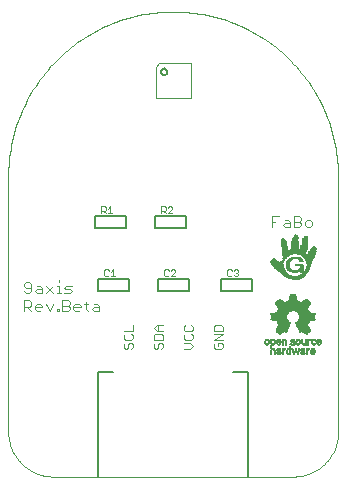
<source format=gto>
G75*
%MOIN*%
%OFA0B0*%
%FSLAX25Y25*%
%IPPOS*%
%LPD*%
%AMOC8*
5,1,8,0,0,1.08239X$1,22.5*
%
%ADD10C,0.00300*%
%ADD11C,0.00500*%
%ADD12C,0.00200*%
%ADD13C,0.00394*%
%ADD14C,0.00000*%
%ADD15R,0.00770X0.00035*%
%ADD16R,0.01400X0.00035*%
%ADD17R,0.01855X0.00035*%
%ADD18R,0.02170X0.00035*%
%ADD19R,0.02485X0.00035*%
%ADD20R,0.02765X0.00035*%
%ADD21R,0.02975X0.00035*%
%ADD22R,0.03220X0.00035*%
%ADD23R,0.03395X0.00035*%
%ADD24R,0.03605X0.00035*%
%ADD25R,0.03780X0.00035*%
%ADD26R,0.03955X0.00035*%
%ADD27R,0.04130X0.00035*%
%ADD28R,0.04270X0.00035*%
%ADD29R,0.04375X0.00035*%
%ADD30R,0.04550X0.00035*%
%ADD31R,0.04690X0.00035*%
%ADD32R,0.04865X0.00035*%
%ADD33R,0.04970X0.00035*%
%ADD34R,0.05110X0.00035*%
%ADD35R,0.05215X0.00035*%
%ADD36R,0.05355X0.00035*%
%ADD37R,0.05460X0.00035*%
%ADD38R,0.05600X0.00035*%
%ADD39R,0.05705X0.00035*%
%ADD40R,0.05810X0.00035*%
%ADD41R,0.05915X0.00035*%
%ADD42R,0.06055X0.00035*%
%ADD43R,0.06160X0.00035*%
%ADD44R,0.06265X0.00035*%
%ADD45R,0.06335X0.00035*%
%ADD46R,0.06440X0.00035*%
%ADD47R,0.06545X0.00035*%
%ADD48R,0.03080X0.00035*%
%ADD49R,0.02660X0.00035*%
%ADD50R,0.02870X0.00035*%
%ADD51R,0.02415X0.00035*%
%ADD52R,0.02730X0.00035*%
%ADD53R,0.02310X0.00035*%
%ADD54R,0.02695X0.00035*%
%ADD55R,0.02170X0.00035*%
%ADD56R,0.02590X0.00035*%
%ADD57R,0.02100X0.00035*%
%ADD58R,0.02520X0.00035*%
%ADD59R,0.02030X0.00035*%
%ADD60R,0.02450X0.00035*%
%ADD61R,0.01960X0.00035*%
%ADD62R,0.01890X0.00035*%
%ADD63R,0.02380X0.00035*%
%ADD64R,0.01785X0.00035*%
%ADD65R,0.01750X0.00035*%
%ADD66R,0.01715X0.00035*%
%ADD67R,0.02275X0.00035*%
%ADD68R,0.01645X0.00035*%
%ADD69R,0.02240X0.00035*%
%ADD70R,0.01610X0.00035*%
%ADD71R,0.02240X0.00035*%
%ADD72R,0.01575X0.00035*%
%ADD73R,0.01540X0.00035*%
%ADD74R,0.02205X0.00035*%
%ADD75R,0.01505X0.00035*%
%ADD76R,0.01470X0.00035*%
%ADD77R,0.01435X0.00035*%
%ADD78R,0.01365X0.00035*%
%ADD79R,0.01330X0.00035*%
%ADD80R,0.01295X0.00035*%
%ADD81R,0.01295X0.00035*%
%ADD82R,0.01260X0.00035*%
%ADD83R,0.01190X0.00035*%
%ADD84R,0.01225X0.00035*%
%ADD85R,0.00385X0.00035*%
%ADD86R,0.00980X0.00035*%
%ADD87R,0.01155X0.00035*%
%ADD88R,0.01645X0.00035*%
%ADD89R,0.01015X0.00035*%
%ADD90R,0.01050X0.00035*%
%ADD91R,0.02345X0.00035*%
%ADD92R,0.01085X0.00035*%
%ADD93R,0.02905X0.00035*%
%ADD94R,0.03045X0.00035*%
%ADD95R,0.01120X0.00035*%
%ADD96R,0.02345X0.00035*%
%ADD97R,0.03255X0.00035*%
%ADD98R,0.01120X0.00035*%
%ADD99R,0.03500X0.00035*%
%ADD100R,0.02415X0.00035*%
%ADD101R,0.03640X0.00035*%
%ADD102R,0.04900X0.00035*%
%ADD103R,0.04935X0.00035*%
%ADD104R,0.05005X0.00035*%
%ADD105R,0.01680X0.00035*%
%ADD106R,0.02065X0.00035*%
%ADD107R,0.02555X0.00035*%
%ADD108R,0.02590X0.00035*%
%ADD109R,0.02625X0.00035*%
%ADD110R,0.02695X0.00035*%
%ADD111R,0.01470X0.00035*%
%ADD112R,0.02765X0.00035*%
%ADD113R,0.02800X0.00035*%
%ADD114R,0.02835X0.00035*%
%ADD115R,0.01365X0.00035*%
%ADD116R,0.02940X0.00035*%
%ADD117R,0.03010X0.00035*%
%ADD118R,0.03045X0.00035*%
%ADD119R,0.03115X0.00035*%
%ADD120R,0.03150X0.00035*%
%ADD121R,0.03185X0.00035*%
%ADD122R,0.03220X0.00035*%
%ADD123R,0.01190X0.00035*%
%ADD124R,0.03290X0.00035*%
%ADD125R,0.03325X0.00035*%
%ADD126R,0.03360X0.00035*%
%ADD127R,0.03430X0.00035*%
%ADD128R,0.03465X0.00035*%
%ADD129R,0.03535X0.00035*%
%ADD130R,0.03570X0.00035*%
%ADD131R,0.03675X0.00035*%
%ADD132R,0.03710X0.00035*%
%ADD133R,0.03745X0.00035*%
%ADD134R,0.03815X0.00035*%
%ADD135R,0.03850X0.00035*%
%ADD136R,0.03885X0.00035*%
%ADD137R,0.03920X0.00035*%
%ADD138R,0.03990X0.00035*%
%ADD139R,0.04025X0.00035*%
%ADD140R,0.02870X0.00035*%
%ADD141R,0.04095X0.00035*%
%ADD142R,0.04165X0.00035*%
%ADD143R,0.04200X0.00035*%
%ADD144R,0.04235X0.00035*%
%ADD145R,0.04270X0.00035*%
%ADD146R,0.01820X0.00035*%
%ADD147R,0.04305X0.00035*%
%ADD148R,0.04340X0.00035*%
%ADD149R,0.01925X0.00035*%
%ADD150R,0.04410X0.00035*%
%ADD151R,0.00945X0.00035*%
%ADD152R,0.00875X0.00035*%
%ADD153R,0.00840X0.00035*%
%ADD154R,0.02135X0.00035*%
%ADD155R,0.00805X0.00035*%
%ADD156R,0.00735X0.00035*%
%ADD157R,0.01995X0.00035*%
%ADD158R,0.02520X0.00035*%
%ADD159R,0.01540X0.00035*%
%ADD160R,0.00770X0.00035*%
%ADD161R,0.00665X0.00035*%
%ADD162R,0.00420X0.00035*%
%ADD163R,0.00910X0.00035*%
%ADD164R,0.04060X0.00035*%
%ADD165R,0.01015X0.00035*%
%ADD166R,0.03115X0.00035*%
%ADD167R,0.03395X0.00035*%
%ADD168R,0.03745X0.00035*%
%ADD169R,0.04340X0.00035*%
%ADD170R,0.04480X0.00035*%
%ADD171R,0.02065X0.00035*%
%ADD172R,0.04515X0.00035*%
%ADD173R,0.04585X0.00035*%
%ADD174R,0.04760X0.00035*%
%ADD175R,0.04830X0.00035*%
%ADD176R,0.07805X0.00035*%
%ADD177R,0.07840X0.00035*%
%ADD178R,0.07875X0.00035*%
%ADD179R,0.07910X0.00035*%
%ADD180R,0.07945X0.00035*%
%ADD181R,0.07980X0.00035*%
%ADD182R,0.08015X0.00035*%
%ADD183R,0.08050X0.00035*%
%ADD184R,0.05635X0.00035*%
%ADD185R,0.01995X0.00035*%
%ADD186R,0.01890X0.00035*%
%ADD187R,0.01715X0.00035*%
%ADD188R,0.00945X0.00035*%
%ADD189R,0.00560X0.00035*%
%ADD190R,0.01820X0.00035*%
%ADD191R,0.00700X0.00035*%
%ADD192R,0.00630X0.00035*%
%ADD193R,0.00525X0.00035*%
%ADD194R,0.00175X0.00035*%
%ADD195R,0.00595X0.00035*%
%ADD196R,0.00490X0.00035*%
%ADD197R,0.00210X0.00035*%
%ADD198R,0.00490X0.00035*%
%ADD199R,0.00315X0.00035*%
%ADD200R,0.00520X0.00040*%
%ADD201R,0.00520X0.00040*%
%ADD202R,0.00760X0.00040*%
%ADD203R,0.00640X0.00040*%
%ADD204R,0.00440X0.00040*%
%ADD205R,0.00480X0.00040*%
%ADD206R,0.00520X0.00040*%
%ADD207R,0.00520X0.00040*%
%ADD208R,0.01400X0.00040*%
%ADD209R,0.00800X0.00040*%
%ADD210R,0.00480X0.00040*%
%ADD211R,0.00960X0.00040*%
%ADD212R,0.01440X0.00040*%
%ADD213R,0.01080X0.00040*%
%ADD214R,0.01520X0.00040*%
%ADD215R,0.01440X0.00040*%
%ADD216R,0.00560X0.00040*%
%ADD217R,0.01480X0.00040*%
%ADD218R,0.01200X0.00040*%
%ADD219R,0.01560X0.00040*%
%ADD220R,0.01320X0.00040*%
%ADD221R,0.01560X0.00040*%
%ADD222R,0.01520X0.00040*%
%ADD223R,0.00600X0.00040*%
%ADD224R,0.00560X0.00040*%
%ADD225R,0.01400X0.00040*%
%ADD226R,0.01600X0.00040*%
%ADD227R,0.00600X0.00040*%
%ADD228R,0.00640X0.00040*%
%ADD229R,0.01640X0.00040*%
%ADD230R,0.00680X0.00040*%
%ADD231R,0.01680X0.00040*%
%ADD232R,0.01680X0.00040*%
%ADD233R,0.01640X0.00040*%
%ADD234R,0.00720X0.00040*%
%ADD235R,0.01480X0.00040*%
%ADD236R,0.00760X0.00040*%
%ADD237R,0.00720X0.00040*%
%ADD238R,0.00640X0.00040*%
%ADD239R,0.00360X0.00040*%
%ADD240R,0.00240X0.00040*%
%ADD241R,0.00160X0.00040*%
%ADD242R,0.00840X0.00040*%
%ADD243R,0.00080X0.00040*%
%ADD244R,0.00880X0.00040*%
%ADD245R,0.00920X0.00040*%
%ADD246R,0.00960X0.00040*%
%ADD247R,0.01640X0.00040*%
%ADD248R,0.01760X0.00040*%
%ADD249R,0.00440X0.00040*%
%ADD250R,0.01000X0.00040*%
%ADD251R,0.01760X0.00040*%
%ADD252R,0.00440X0.00040*%
%ADD253R,0.01320X0.00040*%
%ADD254R,0.01200X0.00040*%
%ADD255R,0.00920X0.00040*%
%ADD256R,0.00840X0.00040*%
%ADD257R,0.00800X0.00040*%
%ADD258R,0.00080X0.00040*%
%ADD259R,0.00120X0.00040*%
%ADD260R,0.00240X0.00040*%
%ADD261R,0.00720X0.00040*%
%ADD262R,0.00200X0.00040*%
%ADD263R,0.00400X0.00040*%
%ADD264R,0.01240X0.00040*%
%ADD265R,0.01640X0.00040*%
%ADD266R,0.01440X0.00040*%
%ADD267R,0.01280X0.00040*%
%ADD268R,0.01520X0.00040*%
%ADD269R,0.01280X0.00040*%
%ADD270R,0.01520X0.00040*%
%ADD271R,0.01360X0.00040*%
%ADD272R,0.01440X0.00040*%
%ADD273R,0.01240X0.00040*%
%ADD274R,0.01120X0.00040*%
%ADD275R,0.01240X0.00040*%
%ADD276R,0.01040X0.00040*%
%ADD277R,0.00840X0.00040*%
%ADD278R,0.00440X0.00040*%
%ADD279R,0.00400X0.00040*%
%ADD280R,0.00320X0.00040*%
%ADD281R,0.00920X0.00040*%
%ADD282R,0.01040X0.00040*%
%ADD283R,0.01000X0.00040*%
%ADD284R,0.01080X0.00040*%
%ADD285R,0.01160X0.00040*%
%ADD286R,0.01040X0.00040*%
%ADD287R,0.01160X0.00040*%
%ADD288R,0.01600X0.00040*%
%ADD289R,0.01720X0.00040*%
%ADD290R,0.01720X0.00040*%
%ADD291R,0.00640X0.00040*%
%ADD292R,0.00680X0.00040*%
%ADD293R,0.00360X0.00040*%
%ADD294R,0.00280X0.00040*%
%ADD295R,0.00120X0.00040*%
%ADD296R,0.00040X0.00040*%
%ADD297R,0.00040X0.00040*%
%ADD298R,0.01320X0.00040*%
%ADD299R,0.00280X0.00040*%
%ADD300R,0.00320X0.00040*%
%ADD301R,0.01320X0.00040*%
%ADD302R,0.01120X0.00040*%
%ADD303R,0.01120X0.00040*%
%ADD304R,0.01800X0.00040*%
%ADD305R,0.01920X0.00040*%
%ADD306R,0.01920X0.00040*%
%ADD307R,0.02000X0.00040*%
%ADD308R,0.02120X0.00040*%
%ADD309R,0.02200X0.00040*%
%ADD310R,0.02320X0.00040*%
%ADD311R,0.02400X0.00040*%
%ADD312R,0.02520X0.00040*%
%ADD313R,0.02600X0.00040*%
%ADD314R,0.00880X0.00040*%
%ADD315R,0.03680X0.00040*%
%ADD316R,0.03720X0.00040*%
%ADD317R,0.03800X0.00040*%
%ADD318R,0.03840X0.00040*%
%ADD319R,0.03840X0.00040*%
%ADD320R,0.03920X0.00040*%
%ADD321R,0.03960X0.00040*%
%ADD322R,0.04000X0.00040*%
%ADD323R,0.04080X0.00040*%
%ADD324R,0.04120X0.00040*%
%ADD325R,0.04160X0.00040*%
%ADD326R,0.04200X0.00040*%
%ADD327R,0.04200X0.00040*%
%ADD328R,0.04160X0.00040*%
%ADD329R,0.04120X0.00040*%
%ADD330R,0.04080X0.00040*%
%ADD331R,0.04040X0.00040*%
%ADD332R,0.04040X0.00040*%
%ADD333R,0.04040X0.00040*%
%ADD334R,0.04040X0.00040*%
%ADD335R,0.03960X0.00040*%
%ADD336R,0.03920X0.00040*%
%ADD337R,0.03920X0.00040*%
%ADD338R,0.03880X0.00040*%
%ADD339R,0.03920X0.00040*%
%ADD340R,0.03880X0.00040*%
%ADD341R,0.03800X0.00040*%
%ADD342R,0.04240X0.00040*%
%ADD343R,0.04240X0.00040*%
%ADD344R,0.04280X0.00040*%
%ADD345R,0.04360X0.00040*%
%ADD346R,0.04400X0.00040*%
%ADD347R,0.04440X0.00040*%
%ADD348R,0.04520X0.00040*%
%ADD349R,0.04520X0.00040*%
%ADD350R,0.04520X0.00040*%
%ADD351R,0.04520X0.00040*%
%ADD352R,0.04480X0.00040*%
%ADD353R,0.04440X0.00040*%
%ADD354R,0.04400X0.00040*%
%ADD355R,0.04360X0.00040*%
%ADD356R,0.04320X0.00040*%
%ADD357R,0.04240X0.00040*%
%ADD358R,0.04320X0.00040*%
%ADD359R,0.04320X0.00040*%
%ADD360R,0.04560X0.00040*%
%ADD361R,0.04720X0.00040*%
%ADD362R,0.04920X0.00040*%
%ADD363R,0.04920X0.00040*%
%ADD364R,0.05080X0.00040*%
%ADD365R,0.05240X0.00040*%
%ADD366R,0.05240X0.00040*%
%ADD367R,0.05480X0.00040*%
%ADD368R,0.05640X0.00040*%
%ADD369R,0.05640X0.00040*%
%ADD370R,0.05680X0.00040*%
%ADD371R,0.05640X0.00040*%
%ADD372R,0.05600X0.00040*%
%ADD373R,0.05600X0.00040*%
%ADD374R,0.05560X0.00040*%
%ADD375R,0.05520X0.00040*%
%ADD376R,0.05520X0.00040*%
%ADD377R,0.05480X0.00040*%
%ADD378R,0.05440X0.00040*%
%ADD379R,0.05440X0.00040*%
%ADD380R,0.05560X0.00040*%
%ADD381R,0.05680X0.00040*%
%ADD382R,0.05440X0.00040*%
%ADD383R,0.05280X0.00040*%
%ADD384R,0.04920X0.00040*%
%ADD385R,0.04600X0.00040*%
%ADD386R,0.04840X0.00040*%
%ADD387R,0.10440X0.00040*%
%ADD388R,0.10360X0.00040*%
%ADD389R,0.10360X0.00040*%
%ADD390R,0.10280X0.00040*%
%ADD391R,0.10200X0.00040*%
%ADD392R,0.10200X0.00040*%
%ADD393R,0.10120X0.00040*%
%ADD394R,0.10040X0.00040*%
%ADD395R,0.10040X0.00040*%
%ADD396R,0.09960X0.00040*%
%ADD397R,0.09880X0.00040*%
%ADD398R,0.09880X0.00040*%
%ADD399R,0.09800X0.00040*%
%ADD400R,0.09720X0.00040*%
%ADD401R,0.09720X0.00040*%
%ADD402R,0.10280X0.00040*%
%ADD403R,0.10520X0.00040*%
%ADD404R,0.10520X0.00040*%
%ADD405R,0.10600X0.00040*%
%ADD406R,0.10680X0.00040*%
%ADD407R,0.10760X0.00040*%
%ADD408R,0.10840X0.00040*%
%ADD409R,0.10920X0.00040*%
%ADD410R,0.11000X0.00040*%
%ADD411R,0.11080X0.00040*%
%ADD412R,0.11080X0.00040*%
%ADD413R,0.11160X0.00040*%
%ADD414R,0.11240X0.00040*%
%ADD415R,0.11320X0.00040*%
%ADD416R,0.11400X0.00040*%
%ADD417R,0.11400X0.00040*%
%ADD418R,0.11480X0.00040*%
%ADD419R,0.11560X0.00040*%
%ADD420R,0.11640X0.00040*%
%ADD421R,0.11640X0.00040*%
%ADD422R,0.11720X0.00040*%
%ADD423R,0.11800X0.00040*%
%ADD424R,0.11880X0.00040*%
%ADD425R,0.11880X0.00040*%
%ADD426R,0.11960X0.00040*%
%ADD427R,0.11720X0.00040*%
%ADD428R,0.11320X0.00040*%
%ADD429R,0.02760X0.00040*%
%ADD430R,0.05400X0.00040*%
%ADD431R,0.02640X0.00040*%
%ADD432R,0.05160X0.00040*%
%ADD433R,0.02560X0.00040*%
%ADD434R,0.05000X0.00040*%
%ADD435R,0.02440X0.00040*%
%ADD436R,0.04760X0.00040*%
%ADD437R,0.02440X0.00040*%
%ADD438R,0.02360X0.00040*%
%ADD439R,0.04600X0.00040*%
%ADD440R,0.02280X0.00040*%
%ADD441R,0.02240X0.00040*%
%ADD442R,0.02160X0.00040*%
%ADD443R,0.02080X0.00040*%
%ADD444R,0.01960X0.00040*%
%ADD445R,0.01880X0.00040*%
%ADD446R,0.03640X0.00040*%
%ADD447R,0.03400X0.00040*%
%ADD448R,0.03240X0.00040*%
%ADD449R,0.03000X0.00040*%
%ADD450R,0.02920X0.00040*%
%ADD451R,0.01360X0.00040*%
%ADD452R,0.02840X0.00040*%
%ADD453R,0.02840X0.00040*%
%ADD454R,0.02760X0.00040*%
%ADD455R,0.02680X0.00040*%
%ADD456R,0.02680X0.00040*%
%ADD457R,0.02600X0.00040*%
%ADD458R,0.02520X0.00040*%
%ADD459R,0.02520X0.00040*%
%ADD460R,0.02440X0.00040*%
%ADD461R,0.02360X0.00040*%
%ADD462R,0.02280X0.00040*%
%ADD463R,0.02200X0.00040*%
%ADD464R,0.02120X0.00040*%
D10*
X0040831Y0061656D02*
X0041315Y0061656D01*
X0041799Y0062140D01*
X0041799Y0063107D01*
X0042283Y0063591D01*
X0042766Y0063591D01*
X0043250Y0063107D01*
X0043250Y0062140D01*
X0042766Y0061656D01*
X0042766Y0064602D02*
X0043250Y0065086D01*
X0043250Y0066054D01*
X0042766Y0066537D01*
X0043250Y0067549D02*
X0043250Y0069484D01*
X0043250Y0067549D02*
X0040348Y0067549D01*
X0040831Y0066537D02*
X0040348Y0066054D01*
X0040348Y0065086D01*
X0040831Y0064602D01*
X0042766Y0064602D01*
X0040831Y0063591D02*
X0040348Y0063107D01*
X0040348Y0062140D01*
X0040831Y0061656D01*
X0032131Y0074156D02*
X0030280Y0074156D01*
X0029663Y0074773D01*
X0030280Y0075390D01*
X0032131Y0075390D01*
X0032131Y0076007D02*
X0032131Y0074156D01*
X0032131Y0076007D02*
X0031514Y0076625D01*
X0030280Y0076625D01*
X0028442Y0076625D02*
X0027207Y0076625D01*
X0027824Y0077242D02*
X0027824Y0074773D01*
X0028442Y0074156D01*
X0025993Y0075390D02*
X0023524Y0075390D01*
X0023524Y0074773D02*
X0023524Y0076007D01*
X0024141Y0076625D01*
X0025376Y0076625D01*
X0025993Y0076007D01*
X0025993Y0075390D01*
X0025376Y0074156D02*
X0024141Y0074156D01*
X0023524Y0074773D01*
X0022310Y0074773D02*
X0021693Y0074156D01*
X0019841Y0074156D01*
X0019841Y0077859D01*
X0021693Y0077859D01*
X0022310Y0077242D01*
X0022310Y0076625D01*
X0021693Y0076007D01*
X0019841Y0076007D01*
X0018617Y0074773D02*
X0018617Y0074156D01*
X0017999Y0074156D01*
X0017999Y0074773D01*
X0018617Y0074773D01*
X0016785Y0076625D02*
X0015551Y0074156D01*
X0014316Y0076625D01*
X0013102Y0076007D02*
X0013102Y0075390D01*
X0010633Y0075390D01*
X0010633Y0074773D02*
X0010633Y0076007D01*
X0011250Y0076625D01*
X0012485Y0076625D01*
X0013102Y0076007D01*
X0012485Y0074156D02*
X0011250Y0074156D01*
X0010633Y0074773D01*
X0009419Y0074156D02*
X0008184Y0075390D01*
X0008802Y0075390D02*
X0006950Y0075390D01*
X0006950Y0074156D02*
X0006950Y0077859D01*
X0008802Y0077859D01*
X0009419Y0077242D01*
X0009419Y0076007D01*
X0008802Y0075390D01*
X0008802Y0080156D02*
X0007567Y0080156D01*
X0006950Y0080773D01*
X0007567Y0082007D02*
X0009419Y0082007D01*
X0009419Y0080773D02*
X0008802Y0080156D01*
X0009419Y0080773D02*
X0009419Y0083242D01*
X0008802Y0083859D01*
X0007567Y0083859D01*
X0006950Y0083242D01*
X0006950Y0082625D01*
X0007567Y0082007D01*
X0010633Y0080773D02*
X0011250Y0081390D01*
X0013102Y0081390D01*
X0013102Y0082007D02*
X0013102Y0080156D01*
X0011250Y0080156D01*
X0010633Y0080773D01*
X0011250Y0082625D02*
X0012485Y0082625D01*
X0013102Y0082007D01*
X0014316Y0082625D02*
X0016785Y0080156D01*
X0017999Y0080156D02*
X0019234Y0080156D01*
X0018617Y0080156D02*
X0018617Y0082625D01*
X0017999Y0082625D01*
X0016785Y0082625D02*
X0014316Y0080156D01*
X0018617Y0083859D02*
X0018617Y0084476D01*
X0021072Y0082625D02*
X0022924Y0082625D01*
X0022306Y0081390D02*
X0022924Y0080773D01*
X0022306Y0080156D01*
X0020455Y0080156D01*
X0021072Y0081390D02*
X0020455Y0082007D01*
X0021072Y0082625D01*
X0021072Y0081390D02*
X0022306Y0081390D01*
X0021693Y0076007D02*
X0022310Y0075390D01*
X0022310Y0074773D01*
X0050348Y0068516D02*
X0051315Y0069484D01*
X0053250Y0069484D01*
X0051799Y0069484D02*
X0051799Y0067549D01*
X0051315Y0067549D02*
X0050348Y0068516D01*
X0051315Y0067549D02*
X0053250Y0067549D01*
X0052766Y0066537D02*
X0050831Y0066537D01*
X0050348Y0066054D01*
X0050348Y0064602D01*
X0053250Y0064602D01*
X0053250Y0066054D01*
X0052766Y0066537D01*
X0052766Y0063591D02*
X0053250Y0063107D01*
X0053250Y0062140D01*
X0052766Y0061656D01*
X0051799Y0062140D02*
X0051799Y0063107D01*
X0052283Y0063591D01*
X0052766Y0063591D01*
X0051799Y0062140D02*
X0051315Y0061656D01*
X0050831Y0061656D01*
X0050348Y0062140D01*
X0050348Y0063107D01*
X0050831Y0063591D01*
X0060348Y0063591D02*
X0062283Y0063591D01*
X0063250Y0062623D01*
X0062283Y0061656D01*
X0060348Y0061656D01*
X0060831Y0064602D02*
X0062766Y0064602D01*
X0063250Y0065086D01*
X0063250Y0066054D01*
X0062766Y0066537D01*
X0062766Y0067549D02*
X0063250Y0068033D01*
X0063250Y0069000D01*
X0062766Y0069484D01*
X0062766Y0067549D02*
X0060831Y0067549D01*
X0060348Y0068033D01*
X0060348Y0069000D01*
X0060831Y0069484D01*
X0060831Y0066537D02*
X0060348Y0066054D01*
X0060348Y0065086D01*
X0060831Y0064602D01*
X0070348Y0064602D02*
X0073250Y0066537D01*
X0070348Y0066537D01*
X0070348Y0067549D02*
X0070348Y0069000D01*
X0070831Y0069484D01*
X0072766Y0069484D01*
X0073250Y0069000D01*
X0073250Y0067549D01*
X0070348Y0067549D01*
X0070348Y0064602D02*
X0073250Y0064602D01*
X0072766Y0063591D02*
X0071799Y0063591D01*
X0071799Y0062623D01*
X0072766Y0061656D02*
X0070831Y0061656D01*
X0070348Y0062140D01*
X0070348Y0063107D01*
X0070831Y0063591D01*
X0072766Y0063591D02*
X0073250Y0063107D01*
X0073250Y0062140D01*
X0072766Y0061656D01*
X0089584Y0102156D02*
X0089584Y0105859D01*
X0092052Y0105859D01*
X0093884Y0104625D02*
X0095118Y0104625D01*
X0095736Y0104007D01*
X0095736Y0102156D01*
X0093884Y0102156D01*
X0093267Y0102773D01*
X0093884Y0103390D01*
X0095736Y0103390D01*
X0096950Y0104007D02*
X0098802Y0104007D01*
X0099419Y0103390D01*
X0099419Y0102773D01*
X0098802Y0102156D01*
X0096950Y0102156D01*
X0096950Y0105859D01*
X0098802Y0105859D01*
X0099419Y0105242D01*
X0099419Y0104625D01*
X0098802Y0104007D01*
X0100633Y0104007D02*
X0100633Y0102773D01*
X0101250Y0102156D01*
X0102485Y0102156D01*
X0103102Y0102773D01*
X0103102Y0104007D01*
X0102485Y0104625D01*
X0101250Y0104625D01*
X0100633Y0104007D01*
X0090818Y0104007D02*
X0089584Y0104007D01*
D11*
X0082918Y0084974D02*
X0072682Y0084974D01*
X0072682Y0081037D01*
X0073076Y0081037D02*
X0082918Y0081037D01*
X0082918Y0084974D01*
X0061918Y0084974D02*
X0061918Y0081037D01*
X0052076Y0081037D01*
X0051682Y0081037D02*
X0051682Y0084974D01*
X0061918Y0084974D01*
X0060918Y0102037D02*
X0051076Y0102037D01*
X0050682Y0102037D02*
X0050682Y0105974D01*
X0060918Y0105974D01*
X0060918Y0102037D01*
X0040918Y0102037D02*
X0040918Y0105974D01*
X0030682Y0105974D01*
X0030682Y0102037D01*
X0031076Y0102037D02*
X0040918Y0102037D01*
X0041918Y0084974D02*
X0031682Y0084974D01*
X0031682Y0081037D01*
X0032076Y0081037D02*
X0041918Y0081037D01*
X0041918Y0084974D01*
X0036800Y0054006D02*
X0031800Y0054006D01*
X0031800Y0019006D01*
X0076800Y0054006D02*
X0081800Y0054006D01*
X0081800Y0019006D01*
X0052665Y0153998D02*
X0052667Y0154063D01*
X0052673Y0154127D01*
X0052683Y0154192D01*
X0052697Y0154255D01*
X0052714Y0154318D01*
X0052735Y0154379D01*
X0052761Y0154439D01*
X0052789Y0154497D01*
X0052821Y0154553D01*
X0052857Y0154608D01*
X0052896Y0154660D01*
X0052938Y0154709D01*
X0052982Y0154756D01*
X0053030Y0154800D01*
X0053080Y0154841D01*
X0053133Y0154879D01*
X0053188Y0154914D01*
X0053245Y0154945D01*
X0053303Y0154973D01*
X0053363Y0154997D01*
X0053425Y0155018D01*
X0053488Y0155034D01*
X0053551Y0155047D01*
X0053616Y0155056D01*
X0053680Y0155061D01*
X0053745Y0155062D01*
X0053810Y0155059D01*
X0053875Y0155052D01*
X0053939Y0155041D01*
X0054002Y0155026D01*
X0054064Y0155008D01*
X0054125Y0154986D01*
X0054184Y0154960D01*
X0054242Y0154930D01*
X0054298Y0154897D01*
X0054352Y0154861D01*
X0054403Y0154821D01*
X0054452Y0154778D01*
X0054498Y0154733D01*
X0054542Y0154685D01*
X0054582Y0154634D01*
X0054619Y0154581D01*
X0054653Y0154525D01*
X0054684Y0154468D01*
X0054710Y0154409D01*
X0054734Y0154348D01*
X0054753Y0154286D01*
X0054769Y0154223D01*
X0054781Y0154160D01*
X0054789Y0154095D01*
X0054793Y0154030D01*
X0054793Y0153966D01*
X0054789Y0153901D01*
X0054781Y0153836D01*
X0054769Y0153773D01*
X0054753Y0153710D01*
X0054734Y0153648D01*
X0054710Y0153587D01*
X0054684Y0153528D01*
X0054653Y0153471D01*
X0054619Y0153415D01*
X0054582Y0153362D01*
X0054542Y0153311D01*
X0054498Y0153263D01*
X0054452Y0153218D01*
X0054403Y0153175D01*
X0054352Y0153135D01*
X0054298Y0153099D01*
X0054242Y0153066D01*
X0054184Y0153036D01*
X0054125Y0153010D01*
X0054064Y0152988D01*
X0054002Y0152970D01*
X0053939Y0152955D01*
X0053875Y0152944D01*
X0053810Y0152937D01*
X0053745Y0152934D01*
X0053680Y0152935D01*
X0053616Y0152940D01*
X0053551Y0152949D01*
X0053488Y0152962D01*
X0053425Y0152978D01*
X0053363Y0152999D01*
X0053303Y0153023D01*
X0053245Y0153051D01*
X0053188Y0153082D01*
X0053133Y0153117D01*
X0053080Y0153155D01*
X0053030Y0153196D01*
X0052982Y0153240D01*
X0052938Y0153287D01*
X0052896Y0153336D01*
X0052857Y0153388D01*
X0052821Y0153443D01*
X0052789Y0153499D01*
X0052761Y0153557D01*
X0052735Y0153617D01*
X0052714Y0153678D01*
X0052697Y0153741D01*
X0052683Y0153804D01*
X0052673Y0153869D01*
X0052667Y0153933D01*
X0052665Y0153998D01*
D12*
X0052782Y0109064D02*
X0053883Y0109064D01*
X0054250Y0108697D01*
X0054250Y0107963D01*
X0053883Y0107596D01*
X0052782Y0107596D01*
X0053516Y0107596D02*
X0054250Y0106862D01*
X0054992Y0106862D02*
X0056460Y0108330D01*
X0056460Y0108697D01*
X0056093Y0109064D01*
X0055359Y0109064D01*
X0054992Y0108697D01*
X0054992Y0106862D02*
X0056460Y0106862D01*
X0052782Y0106862D02*
X0052782Y0109064D01*
X0054149Y0088064D02*
X0053782Y0087697D01*
X0053782Y0086229D01*
X0054149Y0085862D01*
X0054883Y0085862D01*
X0055250Y0086229D01*
X0055992Y0085862D02*
X0057460Y0087330D01*
X0057460Y0087697D01*
X0057093Y0088064D01*
X0056359Y0088064D01*
X0055992Y0087697D01*
X0055250Y0087697D02*
X0054883Y0088064D01*
X0054149Y0088064D01*
X0055992Y0085862D02*
X0057460Y0085862D01*
X0074782Y0086229D02*
X0075149Y0085862D01*
X0075883Y0085862D01*
X0076250Y0086229D01*
X0076992Y0086229D02*
X0077359Y0085862D01*
X0078093Y0085862D01*
X0078460Y0086229D01*
X0078460Y0086596D01*
X0078093Y0086963D01*
X0077726Y0086963D01*
X0078093Y0086963D02*
X0078460Y0087330D01*
X0078460Y0087697D01*
X0078093Y0088064D01*
X0077359Y0088064D01*
X0076992Y0087697D01*
X0076250Y0087697D02*
X0075883Y0088064D01*
X0075149Y0088064D01*
X0074782Y0087697D01*
X0074782Y0086229D01*
X0037460Y0085862D02*
X0035992Y0085862D01*
X0036726Y0085862D02*
X0036726Y0088064D01*
X0035992Y0087330D01*
X0035250Y0087697D02*
X0034883Y0088064D01*
X0034149Y0088064D01*
X0033782Y0087697D01*
X0033782Y0086229D01*
X0034149Y0085862D01*
X0034883Y0085862D01*
X0035250Y0086229D01*
X0034992Y0106862D02*
X0036460Y0106862D01*
X0035726Y0106862D02*
X0035726Y0109064D01*
X0034992Y0108330D01*
X0034250Y0108697D02*
X0034250Y0107963D01*
X0033883Y0107596D01*
X0032782Y0107596D01*
X0033516Y0107596D02*
X0034250Y0106862D01*
X0034250Y0108697D02*
X0033883Y0109064D01*
X0032782Y0109064D01*
X0032782Y0106862D01*
D13*
X0050894Y0145100D02*
X0050894Y0155612D01*
X0051918Y0156911D01*
X0062706Y0156911D01*
X0062706Y0145100D01*
X0050894Y0145100D01*
D14*
X0016800Y0019006D02*
X0096800Y0019006D01*
X0097162Y0019010D01*
X0097525Y0019024D01*
X0097887Y0019045D01*
X0098248Y0019076D01*
X0098608Y0019115D01*
X0098967Y0019163D01*
X0099325Y0019220D01*
X0099682Y0019285D01*
X0100037Y0019359D01*
X0100390Y0019442D01*
X0100741Y0019533D01*
X0101089Y0019632D01*
X0101435Y0019740D01*
X0101779Y0019856D01*
X0102119Y0019981D01*
X0102456Y0020113D01*
X0102790Y0020254D01*
X0103121Y0020403D01*
X0103448Y0020560D01*
X0103771Y0020724D01*
X0104090Y0020896D01*
X0104404Y0021076D01*
X0104715Y0021264D01*
X0105020Y0021459D01*
X0105321Y0021661D01*
X0105617Y0021871D01*
X0105907Y0022087D01*
X0106193Y0022311D01*
X0106473Y0022541D01*
X0106747Y0022778D01*
X0107015Y0023022D01*
X0107278Y0023272D01*
X0107534Y0023528D01*
X0107784Y0023791D01*
X0108028Y0024059D01*
X0108265Y0024333D01*
X0108495Y0024613D01*
X0108719Y0024899D01*
X0108935Y0025189D01*
X0109145Y0025485D01*
X0109347Y0025786D01*
X0109542Y0026091D01*
X0109730Y0026402D01*
X0109910Y0026716D01*
X0110082Y0027035D01*
X0110246Y0027358D01*
X0110403Y0027685D01*
X0110552Y0028016D01*
X0110693Y0028350D01*
X0110825Y0028687D01*
X0110950Y0029027D01*
X0111066Y0029371D01*
X0111174Y0029717D01*
X0111273Y0030065D01*
X0111364Y0030416D01*
X0111447Y0030769D01*
X0111521Y0031124D01*
X0111586Y0031481D01*
X0111643Y0031839D01*
X0111691Y0032198D01*
X0111730Y0032558D01*
X0111761Y0032919D01*
X0111782Y0033281D01*
X0111796Y0033644D01*
X0111800Y0034006D01*
X0111800Y0119006D01*
X0111784Y0120345D01*
X0111735Y0121684D01*
X0111653Y0123021D01*
X0111539Y0124355D01*
X0111393Y0125687D01*
X0111214Y0127014D01*
X0111003Y0128337D01*
X0110759Y0129654D01*
X0110484Y0130965D01*
X0110177Y0132268D01*
X0109838Y0133564D01*
X0109468Y0134851D01*
X0109067Y0136129D01*
X0108634Y0137397D01*
X0108171Y0138654D01*
X0107677Y0139899D01*
X0107153Y0141132D01*
X0106600Y0142351D01*
X0106016Y0143557D01*
X0105404Y0144748D01*
X0104763Y0145924D01*
X0104093Y0147084D01*
X0103395Y0148227D01*
X0102670Y0149353D01*
X0101917Y0150461D01*
X0101138Y0151551D01*
X0100332Y0152621D01*
X0099501Y0153671D01*
X0098644Y0154700D01*
X0097762Y0155709D01*
X0096857Y0156695D01*
X0095927Y0157659D01*
X0094974Y0158601D01*
X0093999Y0159519D01*
X0093001Y0160412D01*
X0091982Y0161282D01*
X0090942Y0162126D01*
X0089882Y0162944D01*
X0088802Y0163737D01*
X0087704Y0164503D01*
X0086586Y0165242D01*
X0085452Y0165954D01*
X0084300Y0166637D01*
X0083132Y0167293D01*
X0081948Y0167920D01*
X0080750Y0168518D01*
X0079537Y0169086D01*
X0078311Y0169625D01*
X0077072Y0170134D01*
X0075821Y0170612D01*
X0074558Y0171060D01*
X0073286Y0171477D01*
X0072003Y0171863D01*
X0070711Y0172218D01*
X0069411Y0172541D01*
X0068104Y0172832D01*
X0066790Y0173091D01*
X0065470Y0173318D01*
X0064145Y0173513D01*
X0062815Y0173676D01*
X0061482Y0173806D01*
X0060147Y0173904D01*
X0058809Y0173969D01*
X0057470Y0174002D01*
X0056130Y0174002D01*
X0054791Y0173969D01*
X0053453Y0173904D01*
X0052118Y0173806D01*
X0050785Y0173676D01*
X0049455Y0173513D01*
X0048130Y0173318D01*
X0046810Y0173091D01*
X0045496Y0172832D01*
X0044189Y0172541D01*
X0042889Y0172218D01*
X0041597Y0171863D01*
X0040314Y0171477D01*
X0039042Y0171060D01*
X0037779Y0170612D01*
X0036528Y0170134D01*
X0035289Y0169625D01*
X0034063Y0169086D01*
X0032850Y0168518D01*
X0031652Y0167920D01*
X0030468Y0167293D01*
X0029300Y0166637D01*
X0028148Y0165954D01*
X0027014Y0165242D01*
X0025896Y0164503D01*
X0024798Y0163737D01*
X0023718Y0162944D01*
X0022658Y0162126D01*
X0021618Y0161282D01*
X0020599Y0160412D01*
X0019601Y0159519D01*
X0018626Y0158601D01*
X0017673Y0157659D01*
X0016743Y0156695D01*
X0015838Y0155709D01*
X0014956Y0154700D01*
X0014099Y0153671D01*
X0013268Y0152621D01*
X0012462Y0151551D01*
X0011683Y0150461D01*
X0010930Y0149353D01*
X0010205Y0148227D01*
X0009507Y0147084D01*
X0008837Y0145924D01*
X0008196Y0144748D01*
X0007584Y0143557D01*
X0007000Y0142351D01*
X0006447Y0141132D01*
X0005923Y0139899D01*
X0005429Y0138654D01*
X0004966Y0137397D01*
X0004533Y0136129D01*
X0004132Y0134851D01*
X0003762Y0133564D01*
X0003423Y0132268D01*
X0003116Y0130965D01*
X0002841Y0129654D01*
X0002597Y0128337D01*
X0002386Y0127014D01*
X0002207Y0125687D01*
X0002061Y0124355D01*
X0001947Y0123021D01*
X0001865Y0121684D01*
X0001816Y0120345D01*
X0001800Y0119006D01*
X0001800Y0034006D01*
X0001804Y0033644D01*
X0001818Y0033281D01*
X0001839Y0032919D01*
X0001870Y0032558D01*
X0001909Y0032198D01*
X0001957Y0031839D01*
X0002014Y0031481D01*
X0002079Y0031124D01*
X0002153Y0030769D01*
X0002236Y0030416D01*
X0002327Y0030065D01*
X0002426Y0029717D01*
X0002534Y0029371D01*
X0002650Y0029027D01*
X0002775Y0028687D01*
X0002907Y0028350D01*
X0003048Y0028016D01*
X0003197Y0027685D01*
X0003354Y0027358D01*
X0003518Y0027035D01*
X0003690Y0026716D01*
X0003870Y0026402D01*
X0004058Y0026091D01*
X0004253Y0025786D01*
X0004455Y0025485D01*
X0004665Y0025189D01*
X0004881Y0024899D01*
X0005105Y0024613D01*
X0005335Y0024333D01*
X0005572Y0024059D01*
X0005816Y0023791D01*
X0006066Y0023528D01*
X0006322Y0023272D01*
X0006585Y0023022D01*
X0006853Y0022778D01*
X0007127Y0022541D01*
X0007407Y0022311D01*
X0007693Y0022087D01*
X0007983Y0021871D01*
X0008279Y0021661D01*
X0008580Y0021459D01*
X0008885Y0021264D01*
X0009196Y0021076D01*
X0009510Y0020896D01*
X0009829Y0020724D01*
X0010152Y0020560D01*
X0010479Y0020403D01*
X0010810Y0020254D01*
X0011144Y0020113D01*
X0011481Y0019981D01*
X0011821Y0019856D01*
X0012165Y0019740D01*
X0012511Y0019632D01*
X0012859Y0019533D01*
X0013210Y0019442D01*
X0013563Y0019359D01*
X0013918Y0019285D01*
X0014275Y0019220D01*
X0014633Y0019163D01*
X0014992Y0019115D01*
X0015352Y0019076D01*
X0015713Y0019045D01*
X0016075Y0019024D01*
X0016438Y0019010D01*
X0016800Y0019006D01*
D15*
X0093377Y0090631D03*
X0093412Y0090666D03*
X0093412Y0090701D03*
X0093448Y0090736D03*
X0093587Y0091051D03*
X0093623Y0091121D03*
X0097577Y0084506D03*
X0093448Y0098086D03*
X0100973Y0098856D03*
D16*
X0100902Y0098366D03*
X0097577Y0098821D03*
X0093552Y0097491D03*
X0094077Y0092066D03*
X0095373Y0090806D03*
X0095408Y0090841D03*
X0095477Y0090946D03*
X0095512Y0090981D03*
X0095337Y0090736D03*
X0095302Y0090701D03*
X0095267Y0090631D03*
X0095337Y0087971D03*
X0095373Y0087936D03*
X0097577Y0084541D03*
X0099502Y0087936D03*
X0100587Y0086466D03*
X0100552Y0086431D03*
X0100517Y0086396D03*
X0101987Y0089161D03*
X0101987Y0089196D03*
X0101987Y0089231D03*
X0102023Y0089266D03*
X0102023Y0089301D03*
X0099117Y0091331D03*
X0090262Y0091156D03*
D17*
X0090315Y0090911D03*
X0093710Y0096546D03*
X0093710Y0096581D03*
X0093710Y0096616D03*
X0094305Y0092416D03*
X0096335Y0091506D03*
X0096020Y0087481D03*
X0097560Y0084576D03*
X0099940Y0085941D03*
X0099275Y0087621D03*
X0102145Y0090141D03*
X0102145Y0090176D03*
X0100815Y0097736D03*
X0100815Y0097771D03*
X0097560Y0098261D03*
X0097560Y0098296D03*
D18*
X0093973Y0095111D03*
X0093973Y0095076D03*
X0094077Y0094656D03*
X0094427Y0092591D03*
X0096248Y0087446D03*
X0097577Y0084611D03*
X0093798Y0086536D03*
X0100062Y0092766D03*
X0102162Y0090631D03*
D19*
X0102145Y0091016D03*
X0103055Y0093326D03*
X0103055Y0093361D03*
X0103090Y0093396D03*
X0097385Y0096441D03*
X0097385Y0096476D03*
X0097385Y0096511D03*
X0097385Y0096546D03*
X0097385Y0096581D03*
X0094585Y0092731D03*
X0092800Y0087516D03*
X0092835Y0087481D03*
X0097210Y0087061D03*
X0097560Y0084646D03*
D20*
X0097560Y0084681D03*
X0098820Y0087446D03*
X0102110Y0091296D03*
X0097245Y0094901D03*
X0097245Y0094936D03*
X0097245Y0094971D03*
X0097245Y0095006D03*
X0097245Y0095041D03*
X0097245Y0095076D03*
X0092485Y0087901D03*
X0090665Y0090386D03*
D21*
X0094795Y0092906D03*
X0097210Y0094201D03*
X0097210Y0094236D03*
X0097210Y0094271D03*
X0097210Y0094306D03*
X0097560Y0084716D03*
D22*
X0097542Y0084751D03*
X0102057Y0091681D03*
D23*
X0097210Y0087236D03*
X0097525Y0084786D03*
X0091925Y0088741D03*
D24*
X0091785Y0088986D03*
X0097525Y0084821D03*
X0101970Y0091961D03*
D25*
X0101917Y0092101D03*
X0097507Y0084856D03*
X0091662Y0089266D03*
D26*
X0091575Y0089511D03*
X0091575Y0089546D03*
X0097525Y0084891D03*
X0101865Y0092206D03*
D27*
X0097542Y0091541D03*
X0097507Y0084926D03*
X0091523Y0089756D03*
X0091523Y0089791D03*
X0091523Y0089826D03*
D28*
X0097507Y0084961D03*
D29*
X0097490Y0084996D03*
X0101760Y0092451D03*
X0091470Y0090281D03*
D30*
X0097473Y0085031D03*
D31*
X0097472Y0085066D03*
X0101672Y0092591D03*
D32*
X0097455Y0085101D03*
D33*
X0097437Y0085136D03*
D34*
X0097437Y0085171D03*
D35*
X0097420Y0085206D03*
D36*
X0097420Y0085241D03*
D37*
X0097402Y0085276D03*
D38*
X0097402Y0085311D03*
X0098417Y0093711D03*
X0098417Y0093746D03*
X0098452Y0093851D03*
D39*
X0097385Y0085346D03*
D40*
X0097367Y0085381D03*
D41*
X0097350Y0085416D03*
D42*
X0097350Y0085451D03*
D43*
X0097332Y0085486D03*
D44*
X0097315Y0085521D03*
D45*
X0097315Y0085556D03*
D46*
X0097297Y0085591D03*
D47*
X0097280Y0085626D03*
D48*
X0095477Y0085661D03*
X0092152Y0088356D03*
X0097227Y0093991D03*
X0102057Y0091576D03*
D49*
X0102127Y0091191D03*
X0102792Y0092906D03*
X0102827Y0092941D03*
X0099782Y0092941D03*
X0097297Y0095496D03*
X0097297Y0095531D03*
X0097297Y0095566D03*
X0097297Y0095601D03*
X0097297Y0095636D03*
X0097297Y0095671D03*
X0092537Y0087831D03*
X0092572Y0087796D03*
X0090612Y0090421D03*
X0099257Y0085661D03*
D50*
X0095337Y0085696D03*
X0092362Y0088076D03*
X0092327Y0088111D03*
X0097227Y0094516D03*
X0097227Y0094551D03*
X0097227Y0094586D03*
X0097227Y0094621D03*
X0097227Y0094656D03*
D51*
X0097420Y0096791D03*
X0097420Y0096826D03*
X0097420Y0096861D03*
X0097420Y0096896D03*
X0097420Y0096931D03*
X0100185Y0094376D03*
X0100115Y0094131D03*
X0100115Y0094096D03*
X0100080Y0094026D03*
X0100080Y0093991D03*
X0100045Y0093886D03*
X0099905Y0092871D03*
X0103160Y0093571D03*
X0103195Y0093641D03*
X0099415Y0085696D03*
X0093010Y0087271D03*
X0092940Y0087341D03*
X0090490Y0090561D03*
D52*
X0094707Y0092836D03*
X0097262Y0095111D03*
X0097262Y0095146D03*
X0097262Y0095181D03*
X0097262Y0095216D03*
X0097262Y0095251D03*
X0102127Y0091261D03*
X0102723Y0092801D03*
X0095198Y0085731D03*
D53*
X0094567Y0086011D03*
X0094497Y0086046D03*
X0093202Y0087061D03*
X0090437Y0090631D03*
X0094287Y0093956D03*
X0094287Y0093991D03*
X0094252Y0094026D03*
X0094252Y0094061D03*
X0094497Y0092661D03*
X0097472Y0097246D03*
X0097472Y0097281D03*
X0097472Y0097316D03*
X0097472Y0097351D03*
X0100587Y0096336D03*
X0100587Y0096301D03*
X0100587Y0096266D03*
X0100587Y0096231D03*
X0100552Y0096161D03*
X0100552Y0096126D03*
X0100552Y0096091D03*
X0100552Y0096056D03*
X0100517Y0095951D03*
X0100517Y0095916D03*
X0100517Y0095881D03*
X0103352Y0094026D03*
X0103317Y0093956D03*
X0102162Y0090806D03*
X0099502Y0085731D03*
D54*
X0097210Y0087096D03*
X0095110Y0085766D03*
X0102740Y0092836D03*
X0102775Y0092871D03*
D55*
X0103457Y0094306D03*
X0103457Y0094341D03*
X0100692Y0096896D03*
X0100692Y0096931D03*
X0100692Y0096966D03*
X0100692Y0097001D03*
X0097507Y0097596D03*
X0097507Y0097631D03*
X0097507Y0097666D03*
X0097507Y0097701D03*
X0094007Y0094971D03*
X0094007Y0094936D03*
X0094007Y0094901D03*
X0094042Y0094831D03*
X0094042Y0094796D03*
X0099607Y0085766D03*
D56*
X0095022Y0085801D03*
X0092677Y0087656D03*
X0092642Y0087691D03*
X0090577Y0090456D03*
X0097332Y0095881D03*
X0097332Y0095916D03*
X0097332Y0095951D03*
X0097332Y0095986D03*
X0097332Y0096021D03*
X0102897Y0093046D03*
D57*
X0103492Y0094446D03*
X0102162Y0090526D03*
X0099677Y0085801D03*
X0093902Y0095391D03*
X0093902Y0095426D03*
X0093902Y0095461D03*
X0093902Y0095496D03*
X0093867Y0095531D03*
X0093867Y0095566D03*
X0093867Y0095601D03*
X0093867Y0095636D03*
X0097542Y0097841D03*
X0100727Y0097211D03*
X0100727Y0097176D03*
X0100727Y0097141D03*
X0090367Y0090771D03*
D58*
X0090542Y0090491D03*
X0092782Y0087551D03*
X0094917Y0085836D03*
X0097367Y0096266D03*
X0097367Y0096301D03*
X0097367Y0096336D03*
X0097367Y0096371D03*
X0097367Y0096406D03*
X0102967Y0093186D03*
D59*
X0103527Y0094551D03*
X0102162Y0090456D03*
X0102162Y0090421D03*
X0102162Y0090386D03*
X0099748Y0085836D03*
X0097612Y0091961D03*
X0093832Y0095811D03*
X0093832Y0095846D03*
X0093832Y0095881D03*
X0093798Y0095951D03*
X0093798Y0095986D03*
X0093798Y0096021D03*
X0097542Y0097946D03*
X0097542Y0097981D03*
X0097542Y0098016D03*
X0100762Y0097421D03*
X0100762Y0097386D03*
X0100762Y0097351D03*
X0090367Y0090806D03*
D60*
X0090508Y0090526D03*
X0092852Y0087446D03*
X0092887Y0087411D03*
X0092923Y0087376D03*
X0094777Y0085906D03*
X0094848Y0085871D03*
X0100062Y0093921D03*
X0100062Y0093956D03*
X0103108Y0093466D03*
X0103108Y0093431D03*
X0103142Y0093501D03*
X0103142Y0093536D03*
X0103177Y0093606D03*
X0102162Y0090981D03*
X0102162Y0090946D03*
X0097402Y0096616D03*
X0097402Y0096651D03*
X0097402Y0096686D03*
X0097402Y0096721D03*
X0097402Y0096756D03*
D61*
X0097542Y0098086D03*
X0100797Y0097631D03*
X0100797Y0097596D03*
X0100797Y0097561D03*
X0103562Y0094656D03*
X0102162Y0090351D03*
X0102162Y0090316D03*
X0099222Y0087586D03*
X0099817Y0085871D03*
X0097227Y0086991D03*
X0094357Y0092486D03*
X0093762Y0096161D03*
X0093762Y0096196D03*
X0093762Y0096231D03*
X0093762Y0096266D03*
X0090332Y0090876D03*
D62*
X0099887Y0085906D03*
X0102162Y0090211D03*
X0102162Y0090246D03*
D63*
X0102162Y0090876D03*
X0102162Y0090911D03*
X0103212Y0093676D03*
X0103212Y0093711D03*
X0103248Y0093746D03*
X0103248Y0093781D03*
X0103282Y0093851D03*
X0100237Y0094551D03*
X0100237Y0094586D03*
X0100237Y0094621D03*
X0100273Y0094691D03*
X0100273Y0094726D03*
X0100273Y0094761D03*
X0100307Y0094866D03*
X0100307Y0094901D03*
X0100342Y0095041D03*
X0100342Y0095076D03*
X0100377Y0095216D03*
X0100412Y0095391D03*
X0100202Y0094516D03*
X0100202Y0094481D03*
X0100202Y0094446D03*
X0100202Y0094411D03*
X0100167Y0094341D03*
X0100167Y0094306D03*
X0100167Y0094271D03*
X0100132Y0094201D03*
X0100132Y0094166D03*
X0100098Y0094061D03*
X0097612Y0091926D03*
X0094532Y0092696D03*
X0094357Y0093746D03*
X0094357Y0093781D03*
X0094323Y0093851D03*
X0097437Y0096966D03*
X0097437Y0097001D03*
X0097437Y0097036D03*
X0097437Y0097071D03*
X0099012Y0087481D03*
X0094707Y0085941D03*
X0094637Y0085976D03*
X0093062Y0087236D03*
D64*
X0095950Y0087516D03*
X0099310Y0087656D03*
X0100010Y0085976D03*
X0102145Y0090036D03*
X0102145Y0090071D03*
X0103615Y0094831D03*
X0100850Y0097876D03*
X0100850Y0097911D03*
X0093675Y0096791D03*
X0093675Y0096756D03*
X0093675Y0096721D03*
D65*
X0093658Y0096826D03*
X0093658Y0096861D03*
X0093658Y0096896D03*
X0097577Y0098401D03*
X0097577Y0098436D03*
X0097577Y0098471D03*
X0100867Y0097946D03*
X0103633Y0094901D03*
X0103633Y0094866D03*
X0102127Y0090001D03*
X0102127Y0089966D03*
X0102127Y0089931D03*
X0098767Y0091506D03*
X0094252Y0092346D03*
X0090298Y0090981D03*
X0100062Y0086011D03*
D66*
X0100115Y0086046D03*
X0099345Y0087691D03*
X0096230Y0091471D03*
X0094235Y0092311D03*
X0090280Y0091016D03*
X0093640Y0096931D03*
X0093640Y0096966D03*
X0093640Y0097001D03*
D67*
X0094165Y0094341D03*
X0094200Y0094236D03*
X0094200Y0094201D03*
X0094235Y0094166D03*
X0094235Y0094131D03*
X0094235Y0094096D03*
X0097490Y0097386D03*
X0097490Y0097421D03*
X0097490Y0097456D03*
X0100640Y0096616D03*
X0100605Y0096476D03*
X0100605Y0096441D03*
X0100605Y0096406D03*
X0100605Y0096371D03*
X0100570Y0096196D03*
X0103370Y0094096D03*
X0103370Y0094061D03*
X0103335Y0093991D03*
X0102180Y0090771D03*
X0094445Y0086081D03*
X0093430Y0086851D03*
X0093395Y0086886D03*
X0093360Y0086921D03*
X0093325Y0086956D03*
X0093290Y0086991D03*
X0093255Y0087026D03*
D68*
X0095775Y0087586D03*
X0096125Y0091436D03*
X0098890Y0091471D03*
X0102110Y0089826D03*
X0102110Y0089791D03*
X0102110Y0089756D03*
X0100185Y0086116D03*
X0100150Y0086081D03*
X0103650Y0094971D03*
X0100885Y0098086D03*
D69*
X0100657Y0096721D03*
X0100657Y0096686D03*
X0100657Y0096651D03*
X0100622Y0096581D03*
X0100622Y0096546D03*
X0100622Y0096511D03*
X0100027Y0092801D03*
X0103422Y0094236D03*
X0097507Y0097491D03*
X0094147Y0094411D03*
X0094147Y0094376D03*
X0094182Y0094306D03*
X0094182Y0094271D03*
X0093482Y0086816D03*
X0093517Y0086781D03*
X0093552Y0086746D03*
X0094217Y0086221D03*
X0094322Y0086151D03*
X0094392Y0086116D03*
X0097227Y0087026D03*
D70*
X0099397Y0087761D03*
X0100237Y0086151D03*
X0102092Y0089686D03*
X0102092Y0089721D03*
X0103667Y0095006D03*
X0100867Y0098121D03*
X0097577Y0098576D03*
X0097577Y0098611D03*
X0093587Y0097211D03*
X0093587Y0097176D03*
X0094182Y0092241D03*
X0096072Y0091401D03*
D71*
X0094462Y0092626D03*
X0094112Y0094516D03*
X0090437Y0090666D03*
X0093587Y0086711D03*
X0094287Y0086186D03*
X0102162Y0090701D03*
X0102162Y0090736D03*
X0103387Y0094131D03*
X0103387Y0094166D03*
D72*
X0103685Y0095041D03*
X0100885Y0098156D03*
X0100885Y0098191D03*
X0097595Y0098646D03*
X0094165Y0092206D03*
X0095985Y0091366D03*
X0095705Y0087621D03*
X0099415Y0087796D03*
X0100290Y0086186D03*
X0102075Y0089581D03*
X0102075Y0089616D03*
X0102075Y0089651D03*
X0098960Y0091436D03*
D73*
X0102057Y0089546D03*
X0102057Y0089511D03*
X0100342Y0086221D03*
X0095652Y0087656D03*
X0095932Y0091331D03*
X0094147Y0092171D03*
X0097577Y0098681D03*
X0100902Y0098226D03*
D74*
X0100675Y0096861D03*
X0100675Y0096826D03*
X0100675Y0096791D03*
X0100675Y0096756D03*
X0097490Y0097526D03*
X0097490Y0097561D03*
X0094025Y0094866D03*
X0094060Y0094761D03*
X0094060Y0094726D03*
X0094060Y0094691D03*
X0094095Y0094621D03*
X0094095Y0094586D03*
X0094095Y0094551D03*
X0094130Y0094481D03*
X0094130Y0094446D03*
X0090420Y0090701D03*
X0093640Y0086676D03*
X0093675Y0086641D03*
X0093710Y0086606D03*
X0093745Y0086571D03*
X0093850Y0086501D03*
X0093885Y0086466D03*
X0093920Y0086431D03*
X0093990Y0086396D03*
X0094025Y0086361D03*
X0094060Y0086326D03*
X0094130Y0086291D03*
X0094165Y0086256D03*
X0099100Y0087516D03*
X0102180Y0090666D03*
X0103405Y0094201D03*
X0103440Y0094271D03*
D75*
X0103685Y0095076D03*
X0100885Y0098261D03*
X0097595Y0098716D03*
X0093570Y0097386D03*
X0093570Y0097351D03*
X0093570Y0097316D03*
X0094130Y0092136D03*
X0095775Y0091226D03*
X0095845Y0091261D03*
X0095880Y0091296D03*
X0095565Y0087726D03*
X0095600Y0087691D03*
X0099450Y0087831D03*
X0100360Y0086256D03*
X0099030Y0091401D03*
D76*
X0100448Y0086326D03*
X0100412Y0086291D03*
X0095652Y0091121D03*
X0095687Y0091156D03*
X0095723Y0091191D03*
X0093552Y0097421D03*
X0097577Y0098751D03*
X0100902Y0098296D03*
X0090262Y0091121D03*
D77*
X0094095Y0092101D03*
X0095425Y0090876D03*
X0095460Y0090911D03*
X0095565Y0091016D03*
X0095390Y0087901D03*
X0095425Y0087866D03*
X0095460Y0087831D03*
X0095495Y0087796D03*
X0095530Y0087761D03*
X0099485Y0087901D03*
X0100500Y0086361D03*
X0102040Y0089336D03*
X0102040Y0089371D03*
X0099100Y0091366D03*
X0103720Y0095111D03*
X0100920Y0098331D03*
X0097595Y0098786D03*
X0093535Y0097456D03*
D78*
X0093535Y0097526D03*
X0093535Y0097561D03*
X0094060Y0092031D03*
X0095355Y0090771D03*
X0095285Y0090666D03*
X0095215Y0090561D03*
X0095215Y0090526D03*
X0095180Y0090491D03*
X0095180Y0090456D03*
X0095145Y0090421D03*
X0095145Y0090386D03*
X0095110Y0090351D03*
X0095110Y0090316D03*
X0095110Y0090281D03*
X0095040Y0090106D03*
X0095005Y0089966D03*
X0095180Y0088216D03*
X0095215Y0088146D03*
X0095285Y0088041D03*
X0095320Y0088006D03*
X0099520Y0088006D03*
X0099520Y0087971D03*
X0100640Y0086501D03*
X0101970Y0089091D03*
X0101970Y0089126D03*
X0099170Y0091296D03*
X0103720Y0095146D03*
X0100920Y0098401D03*
D79*
X0097577Y0098856D03*
X0093517Y0097631D03*
X0093517Y0097596D03*
X0094042Y0091996D03*
X0095057Y0090176D03*
X0095057Y0090141D03*
X0095023Y0090071D03*
X0095023Y0090036D03*
X0095023Y0090001D03*
X0094987Y0089931D03*
X0094987Y0089896D03*
X0094987Y0089861D03*
X0094987Y0089826D03*
X0094952Y0089756D03*
X0094952Y0089721D03*
X0094952Y0089686D03*
X0094952Y0089651D03*
X0094952Y0089616D03*
X0094952Y0089581D03*
X0094952Y0089546D03*
X0094952Y0089511D03*
X0094952Y0089091D03*
X0094952Y0089056D03*
X0094952Y0089021D03*
X0094987Y0088811D03*
X0094987Y0088776D03*
X0095023Y0088636D03*
X0095023Y0088601D03*
X0095057Y0088531D03*
X0095057Y0088496D03*
X0095092Y0088426D03*
X0095092Y0088391D03*
X0095127Y0088356D03*
X0095127Y0088321D03*
X0095162Y0088286D03*
X0095162Y0088251D03*
X0095198Y0088181D03*
X0099537Y0088041D03*
X0100727Y0086606D03*
X0100692Y0086571D03*
X0100657Y0086536D03*
X0101952Y0089021D03*
X0101952Y0089056D03*
X0099292Y0091191D03*
X0099257Y0091226D03*
X0099223Y0091261D03*
X0103737Y0095181D03*
X0090262Y0091191D03*
D80*
X0094970Y0089791D03*
X0094970Y0088986D03*
X0094970Y0088951D03*
X0094970Y0088916D03*
X0094970Y0088881D03*
X0094970Y0088846D03*
X0095005Y0088741D03*
X0095005Y0088706D03*
X0095005Y0088671D03*
X0099555Y0088111D03*
X0099555Y0088076D03*
X0100780Y0086676D03*
X0100745Y0086641D03*
X0099345Y0091121D03*
X0100920Y0098436D03*
X0100920Y0098471D03*
X0097595Y0098891D03*
D81*
X0094025Y0091961D03*
X0093990Y0091926D03*
X0094935Y0089476D03*
X0094935Y0089441D03*
X0094935Y0089406D03*
X0094935Y0089371D03*
X0094935Y0089336D03*
X0094935Y0089301D03*
X0094935Y0089266D03*
X0094935Y0089231D03*
X0094935Y0089196D03*
X0094935Y0089161D03*
X0094935Y0089126D03*
X0095040Y0088566D03*
X0095075Y0088461D03*
X0099310Y0091156D03*
X0101935Y0088986D03*
X0101935Y0088951D03*
X0101935Y0088916D03*
X0100815Y0086711D03*
D82*
X0100832Y0086746D03*
X0100867Y0086781D03*
X0099572Y0088146D03*
X0099572Y0088181D03*
X0099397Y0091051D03*
X0099362Y0091086D03*
X0101917Y0088881D03*
X0101917Y0088846D03*
X0101882Y0088811D03*
X0101882Y0088776D03*
X0103737Y0095216D03*
X0100937Y0098506D03*
X0097577Y0098926D03*
X0093517Y0097666D03*
X0093972Y0091891D03*
D83*
X0097577Y0098961D03*
X0099502Y0090841D03*
X0099572Y0090631D03*
X0099572Y0090596D03*
X0099572Y0090561D03*
X0099572Y0090526D03*
X0099572Y0090491D03*
X0099572Y0090456D03*
X0099607Y0088531D03*
X0099607Y0088496D03*
X0099607Y0088461D03*
X0099607Y0088426D03*
X0099607Y0088391D03*
X0099607Y0088356D03*
X0099607Y0088321D03*
X0100972Y0086921D03*
X0101007Y0086956D03*
X0101042Y0086991D03*
X0100902Y0086816D03*
X0101777Y0088461D03*
X0101847Y0088636D03*
X0101847Y0088671D03*
D84*
X0101865Y0088706D03*
X0101865Y0088741D03*
X0101830Y0088601D03*
X0100955Y0086886D03*
X0100920Y0086851D03*
X0099590Y0088216D03*
X0099590Y0088251D03*
X0099590Y0088286D03*
X0099590Y0090421D03*
X0099555Y0090666D03*
X0099520Y0090806D03*
X0099485Y0090876D03*
X0099485Y0090911D03*
X0099450Y0090946D03*
X0099450Y0090981D03*
X0099415Y0091016D03*
X0093955Y0091856D03*
X0090245Y0091226D03*
X0093500Y0097701D03*
X0093500Y0097736D03*
D85*
X0093430Y0098226D03*
X0100990Y0098996D03*
X0097245Y0086886D03*
D86*
X0099712Y0086886D03*
X0099712Y0086921D03*
X0093202Y0090421D03*
X0093798Y0091541D03*
X0093832Y0091576D03*
X0093482Y0097946D03*
D87*
X0093500Y0097771D03*
X0097595Y0098996D03*
X0093920Y0091786D03*
X0097245Y0086921D03*
X0099625Y0087306D03*
X0099625Y0088566D03*
X0099625Y0088601D03*
X0099625Y0088636D03*
X0099625Y0088671D03*
X0099625Y0088706D03*
X0099625Y0088741D03*
X0099625Y0088776D03*
X0099625Y0088811D03*
X0099625Y0088846D03*
X0099625Y0088881D03*
X0099625Y0088916D03*
X0099625Y0088951D03*
X0099625Y0088986D03*
X0099625Y0089021D03*
X0099625Y0089056D03*
X0099625Y0089091D03*
X0099625Y0089126D03*
X0099625Y0089161D03*
X0101095Y0087096D03*
X0101095Y0087061D03*
X0101060Y0087026D03*
X0101130Y0087131D03*
X0101690Y0088216D03*
X0101725Y0088286D03*
X0101725Y0088321D03*
X0101760Y0088356D03*
X0101760Y0088391D03*
X0101760Y0088426D03*
X0101795Y0088496D03*
X0103755Y0095251D03*
D88*
X0097630Y0091996D03*
X0097245Y0086956D03*
X0090280Y0091051D03*
X0093605Y0097106D03*
X0093605Y0097141D03*
D89*
X0093465Y0097911D03*
X0097595Y0099101D03*
X0100955Y0098716D03*
X0100955Y0098681D03*
X0099695Y0086956D03*
X0090245Y0091296D03*
D90*
X0093867Y0091646D03*
X0093483Y0097876D03*
X0097577Y0099066D03*
X0103773Y0095286D03*
X0099677Y0087061D03*
X0099677Y0087026D03*
X0099677Y0086991D03*
D91*
X0099975Y0092836D03*
X0100290Y0094796D03*
X0100290Y0094831D03*
X0100325Y0094936D03*
X0100325Y0094971D03*
X0100325Y0095006D03*
X0100360Y0095111D03*
X0100360Y0095146D03*
X0100360Y0095181D03*
X0100465Y0095566D03*
X0100465Y0095601D03*
X0100465Y0095636D03*
X0100465Y0095671D03*
X0100465Y0095706D03*
X0100500Y0095741D03*
X0100500Y0095776D03*
X0100500Y0095811D03*
X0100500Y0095846D03*
X0100535Y0095986D03*
X0100535Y0096021D03*
X0103300Y0093921D03*
X0103300Y0093886D03*
X0103265Y0093816D03*
X0094340Y0093816D03*
X0093115Y0087166D03*
X0093150Y0087131D03*
X0093185Y0087096D03*
D92*
X0093885Y0091681D03*
X0093885Y0091716D03*
X0099660Y0087166D03*
X0099660Y0087131D03*
X0099660Y0087096D03*
X0101235Y0087306D03*
X0101305Y0087411D03*
X0101340Y0087481D03*
X0101375Y0087551D03*
X0101410Y0087586D03*
X0101410Y0087621D03*
X0101445Y0087656D03*
X0101445Y0087691D03*
X0101480Y0087726D03*
X0101480Y0087761D03*
X0101515Y0087796D03*
X0101515Y0087831D03*
X0101550Y0087866D03*
X0101550Y0087901D03*
X0101585Y0087971D03*
X0101620Y0088041D03*
X0100955Y0098646D03*
D93*
X0097210Y0094481D03*
X0098750Y0089651D03*
X0098750Y0089616D03*
X0098750Y0089581D03*
X0098750Y0089546D03*
X0098750Y0089511D03*
X0098750Y0089476D03*
X0098750Y0089441D03*
X0098750Y0089406D03*
X0098750Y0089371D03*
X0098750Y0089336D03*
X0098750Y0089301D03*
X0098750Y0089266D03*
X0098750Y0089231D03*
X0098750Y0089196D03*
X0097210Y0087131D03*
X0092310Y0088146D03*
X0092275Y0088181D03*
X0102110Y0091401D03*
X0102110Y0091436D03*
D94*
X0102075Y0091541D03*
X0097210Y0094026D03*
X0097210Y0094061D03*
X0097210Y0094096D03*
X0097210Y0094131D03*
X0097210Y0087166D03*
D95*
X0097648Y0092031D03*
X0093902Y0091751D03*
X0090227Y0091261D03*
X0097577Y0099031D03*
X0100937Y0098611D03*
X0101673Y0088181D03*
X0101673Y0088146D03*
X0101637Y0088111D03*
X0101637Y0088076D03*
X0101602Y0088006D03*
X0101323Y0087446D03*
X0101287Y0087376D03*
X0101252Y0087341D03*
X0101148Y0087166D03*
D96*
X0102180Y0090841D03*
X0100255Y0094656D03*
X0100395Y0095251D03*
X0100395Y0095286D03*
X0100395Y0095321D03*
X0100395Y0095356D03*
X0100430Y0095426D03*
X0100430Y0095461D03*
X0100430Y0095496D03*
X0100430Y0095531D03*
X0097455Y0097106D03*
X0097455Y0097141D03*
X0097455Y0097176D03*
X0097455Y0097211D03*
X0094305Y0093921D03*
X0094305Y0093886D03*
X0090455Y0090596D03*
X0093080Y0087201D03*
D97*
X0092030Y0088566D03*
X0091995Y0088601D03*
X0097210Y0087201D03*
X0102040Y0091716D03*
D98*
X0101707Y0088251D03*
X0101567Y0087936D03*
X0101357Y0087516D03*
X0101217Y0087271D03*
X0101182Y0087236D03*
X0101182Y0087201D03*
X0099642Y0087201D03*
X0099642Y0087236D03*
X0099642Y0087271D03*
X0093132Y0090386D03*
X0093482Y0097806D03*
X0093482Y0097841D03*
D99*
X0091837Y0088881D03*
X0097192Y0087271D03*
X0101987Y0091891D03*
D100*
X0100150Y0094236D03*
X0094375Y0093711D03*
X0092975Y0087306D03*
D101*
X0091767Y0089021D03*
X0091767Y0089056D03*
X0091732Y0089091D03*
X0097192Y0087306D03*
X0101952Y0091996D03*
D102*
X0097752Y0087341D03*
D103*
X0097735Y0087376D03*
X0101585Y0092696D03*
D104*
X0101550Y0092731D03*
X0097700Y0087411D03*
D105*
X0099362Y0087726D03*
X0102127Y0089861D03*
X0102127Y0089896D03*
X0100867Y0098016D03*
X0100867Y0098051D03*
X0097577Y0098506D03*
X0097577Y0098541D03*
X0093623Y0097071D03*
X0093623Y0097036D03*
X0094217Y0092276D03*
X0095862Y0087551D03*
D106*
X0099170Y0087551D03*
X0102180Y0090491D03*
X0103510Y0094481D03*
X0103510Y0094516D03*
X0100745Y0097246D03*
X0100745Y0097281D03*
X0100745Y0097316D03*
D107*
X0097350Y0096231D03*
X0097350Y0096196D03*
X0097350Y0096161D03*
X0097350Y0096126D03*
X0097350Y0096091D03*
X0097350Y0096056D03*
X0094620Y0092766D03*
X0092730Y0087586D03*
X0102145Y0091086D03*
X0102915Y0093081D03*
X0102950Y0093116D03*
X0102950Y0093151D03*
D108*
X0102862Y0093011D03*
X0092712Y0087621D03*
D109*
X0092625Y0087726D03*
X0092590Y0087761D03*
X0094655Y0092801D03*
X0097595Y0091891D03*
X0097315Y0095706D03*
X0097315Y0095741D03*
X0097315Y0095776D03*
X0097315Y0095811D03*
X0097315Y0095846D03*
X0102145Y0091156D03*
X0102145Y0091121D03*
X0102845Y0092976D03*
D110*
X0102145Y0091226D03*
X0097280Y0095286D03*
X0097280Y0095321D03*
X0097280Y0095356D03*
X0097280Y0095391D03*
X0097280Y0095426D03*
X0097280Y0095461D03*
X0092520Y0087866D03*
D111*
X0095582Y0091051D03*
X0095617Y0091086D03*
X0099467Y0087866D03*
X0102057Y0089406D03*
X0102057Y0089441D03*
X0102057Y0089476D03*
D112*
X0092450Y0087936D03*
D113*
X0092433Y0087971D03*
X0092398Y0088006D03*
X0097227Y0094866D03*
X0102127Y0091331D03*
X0102687Y0092766D03*
D114*
X0102110Y0091366D03*
X0099695Y0092976D03*
X0097595Y0091856D03*
X0097245Y0094691D03*
X0097245Y0094726D03*
X0097245Y0094761D03*
X0097245Y0094796D03*
X0097245Y0094831D03*
X0094760Y0092871D03*
X0092380Y0088041D03*
D115*
X0095250Y0088076D03*
X0095250Y0088111D03*
X0095075Y0090211D03*
X0095075Y0090246D03*
X0095250Y0090596D03*
D116*
X0092257Y0088216D03*
X0097227Y0094341D03*
X0097227Y0094376D03*
X0097227Y0094411D03*
X0097227Y0094446D03*
X0102092Y0091471D03*
D117*
X0102092Y0091506D03*
X0099607Y0093011D03*
X0097227Y0094166D03*
X0092222Y0088251D03*
D118*
X0092205Y0088286D03*
X0092170Y0088321D03*
X0097595Y0091821D03*
D119*
X0097210Y0093886D03*
X0097210Y0093921D03*
X0097210Y0093956D03*
X0094865Y0092941D03*
X0092135Y0088391D03*
D120*
X0092117Y0088426D03*
X0092083Y0088461D03*
X0102058Y0091646D03*
D121*
X0092065Y0088496D03*
D122*
X0092048Y0088531D03*
X0097577Y0091786D03*
D123*
X0099537Y0090771D03*
X0099537Y0090736D03*
X0099537Y0090701D03*
X0101812Y0088566D03*
X0101812Y0088531D03*
X0100937Y0098541D03*
X0100937Y0098576D03*
X0093937Y0091821D03*
D124*
X0094952Y0092976D03*
X0091977Y0088636D03*
X0102022Y0091751D03*
D125*
X0091960Y0088671D03*
D126*
X0091942Y0088706D03*
X0097577Y0091751D03*
X0099432Y0093046D03*
X0102022Y0091786D03*
D127*
X0091907Y0088776D03*
X0091873Y0088811D03*
D128*
X0091855Y0088846D03*
X0095040Y0093011D03*
X0102005Y0091856D03*
D129*
X0101970Y0091926D03*
X0097560Y0091716D03*
X0091820Y0088916D03*
D130*
X0091802Y0088951D03*
D131*
X0091715Y0089126D03*
X0097560Y0091681D03*
D132*
X0101952Y0092031D03*
X0091697Y0089161D03*
D133*
X0091680Y0089196D03*
X0091680Y0089231D03*
X0095180Y0093046D03*
D134*
X0097560Y0091646D03*
X0091645Y0089336D03*
X0091645Y0089301D03*
D135*
X0091627Y0089371D03*
X0101917Y0092136D03*
D136*
X0101900Y0092171D03*
X0091610Y0089406D03*
D137*
X0091592Y0089441D03*
X0091592Y0089476D03*
X0097542Y0091611D03*
D138*
X0091557Y0089616D03*
X0091557Y0089581D03*
D139*
X0091540Y0089651D03*
X0091540Y0089686D03*
X0101865Y0092241D03*
D140*
X0098767Y0089686D03*
D141*
X0091540Y0089721D03*
D142*
X0091505Y0089861D03*
X0091505Y0089896D03*
X0101830Y0092311D03*
D143*
X0101812Y0092346D03*
X0091487Y0089966D03*
X0091487Y0089931D03*
D144*
X0091505Y0090001D03*
X0101795Y0092381D03*
D145*
X0091487Y0090106D03*
X0091487Y0090071D03*
X0091487Y0090036D03*
D146*
X0090298Y0090946D03*
X0094287Y0092381D03*
X0097577Y0098331D03*
X0097577Y0098366D03*
X0102127Y0090106D03*
X0103598Y0094796D03*
D147*
X0091470Y0090141D03*
D148*
X0091487Y0090176D03*
X0091487Y0090211D03*
X0091487Y0090246D03*
D149*
X0094340Y0092451D03*
X0093745Y0096301D03*
X0093745Y0096336D03*
X0093745Y0096371D03*
X0097560Y0098121D03*
X0097560Y0098156D03*
X0097560Y0098191D03*
X0100815Y0097701D03*
X0100815Y0097666D03*
X0103580Y0094726D03*
X0103580Y0094691D03*
X0102145Y0090281D03*
D150*
X0091487Y0090316D03*
X0091487Y0090351D03*
D151*
X0093255Y0090456D03*
X0093780Y0091471D03*
X0093780Y0091506D03*
X0097595Y0099136D03*
X0100955Y0098751D03*
D152*
X0100955Y0098786D03*
X0097595Y0099171D03*
X0093465Y0098016D03*
X0093745Y0091401D03*
X0093745Y0091366D03*
X0093710Y0091331D03*
X0093290Y0090491D03*
D153*
X0093307Y0090526D03*
X0093342Y0090561D03*
X0093692Y0091296D03*
X0090227Y0091331D03*
X0093447Y0098051D03*
D154*
X0093920Y0095356D03*
X0093920Y0095321D03*
X0093920Y0095286D03*
X0093955Y0095251D03*
X0093955Y0095216D03*
X0093955Y0095181D03*
X0093955Y0095146D03*
X0093990Y0095041D03*
X0093990Y0095006D03*
X0094410Y0092556D03*
X0097525Y0097736D03*
X0097525Y0097771D03*
X0097525Y0097806D03*
X0100710Y0097106D03*
X0100710Y0097071D03*
X0100710Y0097036D03*
X0103475Y0094411D03*
X0103475Y0094376D03*
X0102180Y0090596D03*
X0102180Y0090561D03*
X0090385Y0090736D03*
D155*
X0093360Y0090596D03*
X0093640Y0091156D03*
X0093675Y0091226D03*
X0093675Y0091261D03*
X0097595Y0099206D03*
X0100955Y0098821D03*
D156*
X0097595Y0099241D03*
X0093605Y0091086D03*
X0093570Y0091016D03*
X0093570Y0090981D03*
X0093535Y0090946D03*
X0093535Y0090911D03*
X0093500Y0090876D03*
X0093500Y0090841D03*
X0093465Y0090806D03*
X0093465Y0090771D03*
D157*
X0090350Y0090841D03*
X0093815Y0095916D03*
X0097560Y0098051D03*
D158*
X0099852Y0092906D03*
X0102162Y0091051D03*
X0103002Y0093221D03*
X0103002Y0093256D03*
X0103037Y0093291D03*
D159*
X0093587Y0097246D03*
X0093587Y0097281D03*
X0090262Y0091086D03*
D160*
X0093657Y0091191D03*
X0103807Y0095356D03*
D161*
X0100990Y0098891D03*
X0097595Y0099276D03*
X0090245Y0091366D03*
D162*
X0090227Y0091401D03*
D163*
X0093762Y0091436D03*
D164*
X0097542Y0091576D03*
X0101847Y0092276D03*
D165*
X0093850Y0091611D03*
D166*
X0102075Y0091611D03*
D167*
X0102005Y0091821D03*
D168*
X0101935Y0092066D03*
D169*
X0101777Y0092416D03*
D170*
X0101742Y0092486D03*
D171*
X0097525Y0097876D03*
X0097525Y0097911D03*
X0093850Y0095776D03*
X0093850Y0095741D03*
X0093850Y0095706D03*
X0093850Y0095671D03*
X0094375Y0092521D03*
D172*
X0101725Y0092521D03*
D173*
X0101690Y0092556D03*
D174*
X0101637Y0092626D03*
D175*
X0101602Y0092661D03*
D176*
X0097210Y0093081D03*
X0097210Y0093116D03*
D177*
X0097192Y0093151D03*
X0097192Y0093186D03*
X0097192Y0093221D03*
X0097192Y0093256D03*
D178*
X0097210Y0093291D03*
D179*
X0097192Y0093326D03*
X0097192Y0093361D03*
X0097192Y0093396D03*
X0097192Y0093431D03*
D180*
X0097210Y0093466D03*
D181*
X0097192Y0093501D03*
X0097192Y0093536D03*
X0097192Y0093571D03*
X0097192Y0093606D03*
D182*
X0097210Y0093641D03*
D183*
X0097192Y0093676D03*
D184*
X0098435Y0093781D03*
X0098435Y0093816D03*
D185*
X0100780Y0097456D03*
X0100780Y0097491D03*
X0100780Y0097526D03*
X0103545Y0094621D03*
X0103545Y0094586D03*
X0093780Y0096056D03*
X0093780Y0096091D03*
X0093780Y0096126D03*
D186*
X0093727Y0096406D03*
X0093727Y0096441D03*
X0093727Y0096476D03*
X0093727Y0096511D03*
X0097577Y0098226D03*
X0103597Y0094761D03*
D187*
X0103650Y0094936D03*
X0100850Y0097981D03*
D188*
X0103790Y0095321D03*
X0093465Y0097981D03*
D189*
X0097612Y0099311D03*
X0103842Y0095391D03*
D190*
X0100832Y0097806D03*
X0100832Y0097841D03*
X0093692Y0096686D03*
X0093692Y0096651D03*
D191*
X0093448Y0098121D03*
D192*
X0093448Y0098156D03*
D193*
X0093430Y0098191D03*
D194*
X0093430Y0098261D03*
X0097630Y0099416D03*
D195*
X0100990Y0098926D03*
D196*
X0100972Y0098961D03*
D197*
X0101007Y0099031D03*
D198*
X0097612Y0099346D03*
D199*
X0097630Y0099381D03*
D200*
X0096060Y0064106D03*
X0096060Y0063106D03*
X0095860Y0062306D03*
X0095860Y0062106D03*
X0095860Y0061906D03*
X0095860Y0061706D03*
X0095860Y0061506D03*
X0096500Y0061506D03*
X0096540Y0061306D03*
X0096660Y0060906D03*
X0095860Y0060706D03*
X0095860Y0060506D03*
X0095860Y0060306D03*
X0095860Y0059506D03*
X0094700Y0060306D03*
X0094700Y0060506D03*
X0094700Y0060706D03*
X0093340Y0060706D03*
X0093340Y0060506D03*
X0093340Y0060306D03*
X0093340Y0060106D03*
X0093340Y0059906D03*
X0093340Y0059706D03*
X0093340Y0059506D03*
X0092500Y0059506D03*
X0092500Y0060106D03*
X0092500Y0060906D03*
X0093340Y0061506D03*
X0094460Y0062706D03*
X0094460Y0062906D03*
X0094460Y0063106D03*
X0094460Y0063306D03*
X0094460Y0063506D03*
X0094460Y0063706D03*
X0094460Y0063906D03*
X0093300Y0063906D03*
X0092540Y0063906D03*
X0091340Y0063306D03*
X0089460Y0063506D03*
X0089460Y0063706D03*
X0089460Y0063906D03*
X0088700Y0063906D03*
X0088700Y0063706D03*
X0088700Y0063506D03*
X0088700Y0063306D03*
X0089460Y0062506D03*
X0089460Y0062306D03*
X0089460Y0062106D03*
X0089460Y0061906D03*
X0089460Y0061706D03*
X0089460Y0061506D03*
X0089460Y0060706D03*
X0089460Y0060506D03*
X0089460Y0060306D03*
X0089460Y0060106D03*
X0089460Y0059906D03*
X0089460Y0059706D03*
X0089460Y0059506D03*
X0097700Y0061306D03*
X0098700Y0060906D03*
X0100500Y0060906D03*
X0100500Y0060106D03*
X0101340Y0060106D03*
X0101340Y0060306D03*
X0101340Y0060506D03*
X0101340Y0060706D03*
X0101340Y0061506D03*
X0101860Y0062706D03*
X0101860Y0062906D03*
X0101860Y0063106D03*
X0101860Y0063306D03*
X0101860Y0063506D03*
X0101860Y0063706D03*
X0101860Y0063906D03*
X0103140Y0063706D03*
X0103140Y0063506D03*
X0104860Y0063906D03*
X0104940Y0064106D03*
X0102740Y0060906D03*
X0102740Y0060106D03*
X0101340Y0059906D03*
X0101340Y0059706D03*
X0101340Y0059506D03*
X0099060Y0063306D03*
X0099100Y0063706D03*
X0099060Y0063906D03*
X0097860Y0063906D03*
X0097860Y0063706D03*
X0097860Y0063506D03*
X0097860Y0063306D03*
D201*
X0097220Y0063306D03*
X0096620Y0061106D03*
X0098780Y0061106D03*
X0098820Y0061306D03*
X0099820Y0063506D03*
X0099820Y0063706D03*
X0099820Y0063906D03*
X0099820Y0064106D03*
X0099820Y0064306D03*
X0099820Y0064506D03*
X0101020Y0064506D03*
X0101020Y0064306D03*
X0101020Y0064106D03*
X0101020Y0063906D03*
X0101020Y0063706D03*
X0101020Y0063506D03*
X0103180Y0063306D03*
X0103180Y0063906D03*
X0090620Y0063906D03*
X0090620Y0063706D03*
X0090620Y0063506D03*
X0090620Y0063306D03*
X0090620Y0060706D03*
X0090620Y0060506D03*
X0090620Y0060306D03*
X0090620Y0060106D03*
X0090620Y0059906D03*
X0090620Y0059706D03*
X0090620Y0059506D03*
D202*
X0091820Y0059506D03*
X0099820Y0059506D03*
X0103380Y0059506D03*
D203*
X0103320Y0061506D03*
X0098960Y0063106D03*
X0097680Y0061106D03*
X0095160Y0059506D03*
X0096160Y0063906D03*
X0092320Y0066306D03*
X0091440Y0063106D03*
X0090520Y0063106D03*
X0101240Y0066306D03*
D204*
X0097100Y0059506D03*
X0094500Y0066906D03*
X0087500Y0063706D03*
D205*
X0087520Y0063906D03*
X0087520Y0063506D03*
X0087520Y0063306D03*
X0091320Y0063906D03*
X0093280Y0063706D03*
X0093280Y0063506D03*
X0093280Y0063306D03*
X0093280Y0063106D03*
X0093280Y0062906D03*
X0093280Y0062706D03*
X0091320Y0060106D03*
X0096720Y0060706D03*
X0096800Y0060506D03*
X0097400Y0060506D03*
X0098600Y0060506D03*
X0098640Y0060706D03*
X0099320Y0060106D03*
X0098280Y0059506D03*
X0100520Y0059506D03*
X0099080Y0063506D03*
X0104240Y0063106D03*
X0104880Y0063306D03*
X0106040Y0063906D03*
D206*
X0105900Y0063066D03*
X0104900Y0063226D03*
X0104900Y0063266D03*
X0104860Y0063346D03*
X0104860Y0063386D03*
X0104860Y0063866D03*
X0104900Y0064026D03*
X0103140Y0063866D03*
X0103140Y0063826D03*
X0103140Y0063786D03*
X0103140Y0063746D03*
X0103140Y0063666D03*
X0103140Y0063626D03*
X0103140Y0063586D03*
X0103140Y0063546D03*
X0103140Y0063466D03*
X0103140Y0063426D03*
X0103140Y0063386D03*
X0101860Y0063386D03*
X0101860Y0063426D03*
X0101860Y0063466D03*
X0101860Y0063546D03*
X0101860Y0063586D03*
X0101860Y0063626D03*
X0101860Y0063666D03*
X0101860Y0063746D03*
X0101860Y0063786D03*
X0101860Y0063826D03*
X0101860Y0063866D03*
X0101860Y0063946D03*
X0101860Y0063986D03*
X0101860Y0064586D03*
X0101860Y0064626D03*
X0101860Y0063346D03*
X0101860Y0063266D03*
X0101860Y0063226D03*
X0101860Y0063186D03*
X0101860Y0063146D03*
X0101860Y0063066D03*
X0101860Y0063026D03*
X0101860Y0062986D03*
X0101860Y0062946D03*
X0101860Y0062866D03*
X0101860Y0062826D03*
X0101860Y0062786D03*
X0101860Y0062746D03*
X0101860Y0062666D03*
X0101860Y0062626D03*
X0101340Y0061466D03*
X0101340Y0061426D03*
X0101340Y0060746D03*
X0101340Y0060666D03*
X0101340Y0060626D03*
X0101340Y0060586D03*
X0101340Y0060546D03*
X0101340Y0060466D03*
X0101340Y0060426D03*
X0101340Y0060386D03*
X0101340Y0060346D03*
X0101340Y0060266D03*
X0101340Y0060226D03*
X0101340Y0060186D03*
X0101340Y0060146D03*
X0101340Y0060066D03*
X0101340Y0060026D03*
X0101340Y0059986D03*
X0101340Y0059946D03*
X0101340Y0059866D03*
X0101340Y0059826D03*
X0101340Y0059786D03*
X0101340Y0059746D03*
X0101340Y0059666D03*
X0101340Y0059626D03*
X0101340Y0059586D03*
X0101340Y0059546D03*
X0100500Y0060026D03*
X0100500Y0060066D03*
X0100500Y0060146D03*
X0100500Y0060186D03*
X0100500Y0060746D03*
X0100500Y0060946D03*
X0100500Y0060986D03*
X0099340Y0060226D03*
X0099340Y0060026D03*
X0099340Y0059986D03*
X0098660Y0060746D03*
X0098700Y0060866D03*
X0098740Y0060986D03*
X0098740Y0061026D03*
X0098740Y0061066D03*
X0098860Y0061386D03*
X0098860Y0061426D03*
X0099060Y0063266D03*
X0099060Y0063346D03*
X0099060Y0063386D03*
X0099100Y0063546D03*
X0099100Y0063586D03*
X0099100Y0063626D03*
X0099100Y0063666D03*
X0099060Y0063866D03*
X0099060Y0063946D03*
X0099060Y0063986D03*
X0097900Y0063986D03*
X0097900Y0064026D03*
X0097860Y0063946D03*
X0097860Y0063866D03*
X0097860Y0063826D03*
X0097860Y0063786D03*
X0097860Y0063746D03*
X0097860Y0063666D03*
X0097860Y0063626D03*
X0097860Y0063586D03*
X0097860Y0063546D03*
X0097860Y0063466D03*
X0097860Y0063426D03*
X0097860Y0063386D03*
X0097860Y0063346D03*
X0097900Y0063266D03*
X0097900Y0063226D03*
X0096660Y0060986D03*
X0096660Y0060946D03*
X0096700Y0060826D03*
X0096700Y0060786D03*
X0096740Y0060666D03*
X0096540Y0061346D03*
X0096540Y0061386D03*
X0096500Y0061466D03*
X0095860Y0061466D03*
X0095860Y0061546D03*
X0095860Y0061586D03*
X0095860Y0061626D03*
X0095860Y0061666D03*
X0095860Y0061746D03*
X0095860Y0061786D03*
X0095860Y0061826D03*
X0095860Y0061866D03*
X0095860Y0061946D03*
X0095860Y0061986D03*
X0095860Y0062026D03*
X0095860Y0062066D03*
X0095860Y0062146D03*
X0095860Y0062186D03*
X0095860Y0062226D03*
X0095860Y0062266D03*
X0094460Y0062586D03*
X0094460Y0062626D03*
X0094460Y0062666D03*
X0094460Y0062746D03*
X0094460Y0062786D03*
X0094460Y0062826D03*
X0094460Y0062866D03*
X0094460Y0062946D03*
X0094460Y0062986D03*
X0094460Y0063026D03*
X0094460Y0063066D03*
X0094460Y0063146D03*
X0094460Y0063186D03*
X0094460Y0063226D03*
X0094460Y0063266D03*
X0094460Y0063346D03*
X0094460Y0063386D03*
X0094460Y0063426D03*
X0094460Y0063466D03*
X0094460Y0063546D03*
X0094460Y0063586D03*
X0094460Y0063626D03*
X0094460Y0063666D03*
X0094460Y0063746D03*
X0094460Y0063786D03*
X0094460Y0063826D03*
X0094460Y0063866D03*
X0094460Y0063946D03*
X0093300Y0063946D03*
X0093300Y0063986D03*
X0092500Y0063986D03*
X0092500Y0064026D03*
X0092500Y0063946D03*
X0091340Y0063946D03*
X0091340Y0063986D03*
X0091340Y0063866D03*
X0091340Y0063346D03*
X0091340Y0063266D03*
X0091340Y0063226D03*
X0092500Y0060986D03*
X0092500Y0060946D03*
X0092500Y0060866D03*
X0092500Y0060826D03*
X0092500Y0060786D03*
X0092500Y0060746D03*
X0092500Y0060266D03*
X0092500Y0060226D03*
X0092500Y0060186D03*
X0092500Y0060146D03*
X0092500Y0060066D03*
X0092500Y0060026D03*
X0093340Y0060026D03*
X0093340Y0060066D03*
X0093340Y0060146D03*
X0093340Y0060186D03*
X0093340Y0060226D03*
X0093340Y0060266D03*
X0093340Y0060346D03*
X0093340Y0060386D03*
X0093340Y0060426D03*
X0093340Y0060466D03*
X0093340Y0060546D03*
X0093340Y0060586D03*
X0093340Y0060626D03*
X0093340Y0060666D03*
X0093340Y0060746D03*
X0093340Y0060786D03*
X0093340Y0061426D03*
X0093340Y0061466D03*
X0093340Y0059986D03*
X0093340Y0059946D03*
X0093340Y0059866D03*
X0093340Y0059826D03*
X0093340Y0059786D03*
X0093340Y0059746D03*
X0093340Y0059666D03*
X0093340Y0059626D03*
X0093340Y0059586D03*
X0093340Y0059546D03*
X0094700Y0060186D03*
X0094700Y0060226D03*
X0094700Y0060266D03*
X0094700Y0060346D03*
X0094700Y0060386D03*
X0094700Y0060426D03*
X0094700Y0060466D03*
X0094700Y0060546D03*
X0094700Y0060586D03*
X0094700Y0060626D03*
X0094700Y0060666D03*
X0094700Y0060746D03*
X0094700Y0060786D03*
X0094700Y0060826D03*
X0095860Y0060826D03*
X0095860Y0060786D03*
X0095860Y0060746D03*
X0095860Y0060666D03*
X0095860Y0060626D03*
X0095860Y0060586D03*
X0095860Y0060546D03*
X0095860Y0060466D03*
X0095860Y0060426D03*
X0095860Y0060386D03*
X0095860Y0060346D03*
X0095860Y0060266D03*
X0095860Y0060226D03*
X0095860Y0060186D03*
X0095860Y0059546D03*
X0097100Y0059586D03*
X0097100Y0059626D03*
X0098300Y0059586D03*
X0096060Y0063986D03*
X0096060Y0064026D03*
X0096060Y0064066D03*
X0096100Y0064146D03*
X0092300Y0066266D03*
X0089460Y0064626D03*
X0089460Y0064586D03*
X0089460Y0063866D03*
X0089460Y0063826D03*
X0089460Y0063786D03*
X0089460Y0063746D03*
X0089460Y0063666D03*
X0089460Y0063626D03*
X0089460Y0063586D03*
X0089460Y0063546D03*
X0089460Y0063466D03*
X0089460Y0063426D03*
X0089460Y0063386D03*
X0089460Y0063346D03*
X0089460Y0062666D03*
X0089460Y0062626D03*
X0089460Y0062586D03*
X0089460Y0062546D03*
X0089460Y0062466D03*
X0089460Y0062426D03*
X0089460Y0062386D03*
X0089460Y0062346D03*
X0089460Y0062266D03*
X0089460Y0062226D03*
X0089460Y0062186D03*
X0089460Y0062146D03*
X0089460Y0062066D03*
X0089460Y0062026D03*
X0089460Y0061986D03*
X0089460Y0061946D03*
X0089460Y0061866D03*
X0089460Y0061826D03*
X0089460Y0061786D03*
X0089460Y0061746D03*
X0089460Y0061666D03*
X0089460Y0061626D03*
X0089460Y0061586D03*
X0089460Y0061546D03*
X0089460Y0061466D03*
X0089460Y0060826D03*
X0089460Y0060786D03*
X0089460Y0060746D03*
X0089460Y0060666D03*
X0089460Y0060626D03*
X0089460Y0060586D03*
X0089460Y0060546D03*
X0089460Y0060466D03*
X0089460Y0060426D03*
X0089460Y0060386D03*
X0089460Y0060346D03*
X0089460Y0060266D03*
X0089460Y0060226D03*
X0089460Y0060186D03*
X0089460Y0060146D03*
X0089460Y0060066D03*
X0089460Y0060026D03*
X0089460Y0059986D03*
X0089460Y0059946D03*
X0089460Y0059866D03*
X0089460Y0059826D03*
X0089460Y0059786D03*
X0089460Y0059746D03*
X0089460Y0059666D03*
X0089460Y0059626D03*
X0089460Y0059586D03*
X0089460Y0059546D03*
X0091340Y0059986D03*
X0091340Y0060226D03*
X0088660Y0063226D03*
X0088700Y0063346D03*
X0088700Y0063386D03*
X0088700Y0063426D03*
X0088700Y0063466D03*
X0088700Y0063546D03*
X0088700Y0063586D03*
X0088700Y0063626D03*
X0088700Y0063666D03*
X0088700Y0063746D03*
X0088700Y0063786D03*
X0088700Y0063826D03*
X0088700Y0063866D03*
X0088700Y0063946D03*
X0088660Y0064026D03*
X0087540Y0064026D03*
X0087540Y0063226D03*
X0101260Y0066266D03*
X0102740Y0060866D03*
X0102700Y0060266D03*
X0102740Y0060146D03*
X0103900Y0060746D03*
X0103900Y0060786D03*
X0103900Y0060826D03*
X0103900Y0060866D03*
D207*
X0102780Y0060946D03*
X0102780Y0060066D03*
X0101020Y0062626D03*
X0101020Y0062666D03*
X0101020Y0063346D03*
X0101020Y0063386D03*
X0101020Y0063426D03*
X0101020Y0063466D03*
X0101020Y0063546D03*
X0101020Y0063586D03*
X0101020Y0063626D03*
X0101020Y0063666D03*
X0101020Y0063746D03*
X0101020Y0063786D03*
X0101020Y0063826D03*
X0101020Y0063866D03*
X0101020Y0063946D03*
X0101020Y0063986D03*
X0101020Y0064026D03*
X0101020Y0064066D03*
X0101020Y0064146D03*
X0101020Y0064186D03*
X0101020Y0064226D03*
X0101020Y0064266D03*
X0101020Y0064346D03*
X0101020Y0064386D03*
X0101020Y0064426D03*
X0101020Y0064466D03*
X0101020Y0064546D03*
X0101020Y0064586D03*
X0101020Y0064626D03*
X0099820Y0064626D03*
X0099820Y0064586D03*
X0099820Y0064546D03*
X0099820Y0064466D03*
X0099820Y0064426D03*
X0099820Y0064386D03*
X0099820Y0064346D03*
X0099820Y0064266D03*
X0099820Y0064226D03*
X0099820Y0064186D03*
X0099820Y0064146D03*
X0099820Y0064066D03*
X0099820Y0064026D03*
X0099820Y0063986D03*
X0099820Y0063946D03*
X0099820Y0063866D03*
X0099820Y0063826D03*
X0099820Y0063786D03*
X0099820Y0063746D03*
X0099820Y0063666D03*
X0099820Y0063626D03*
X0099820Y0063586D03*
X0099820Y0063546D03*
X0099820Y0063466D03*
X0099820Y0063426D03*
X0099820Y0063386D03*
X0099820Y0063346D03*
X0098820Y0061266D03*
X0098820Y0061226D03*
X0098780Y0061186D03*
X0098780Y0061146D03*
X0098620Y0060626D03*
X0098620Y0060586D03*
X0098580Y0060466D03*
X0096780Y0060546D03*
X0096620Y0061026D03*
X0096620Y0061066D03*
X0096580Y0061146D03*
X0096580Y0061186D03*
X0096580Y0061226D03*
X0096620Y0062586D03*
X0097220Y0063186D03*
X0097220Y0063226D03*
X0097220Y0063266D03*
X0096620Y0064666D03*
X0092380Y0063066D03*
X0091380Y0063186D03*
X0090620Y0063346D03*
X0090620Y0063386D03*
X0090620Y0063426D03*
X0090620Y0063466D03*
X0090620Y0063546D03*
X0090620Y0063586D03*
X0090620Y0063666D03*
X0090620Y0063746D03*
X0090620Y0063786D03*
X0090620Y0063826D03*
X0090620Y0063866D03*
X0090620Y0063946D03*
X0091380Y0064066D03*
X0090620Y0060866D03*
X0090620Y0060826D03*
X0090620Y0060786D03*
X0090620Y0060746D03*
X0090620Y0060666D03*
X0090620Y0060626D03*
X0090620Y0060586D03*
X0090620Y0060546D03*
X0090620Y0060466D03*
X0090620Y0060426D03*
X0090620Y0060386D03*
X0090620Y0060346D03*
X0090620Y0060266D03*
X0090620Y0060226D03*
X0090620Y0060186D03*
X0090620Y0060146D03*
X0090620Y0060066D03*
X0090620Y0060026D03*
X0090620Y0059986D03*
X0090620Y0059946D03*
X0090620Y0059866D03*
X0090620Y0059826D03*
X0090620Y0059786D03*
X0090620Y0059746D03*
X0090620Y0059666D03*
X0090620Y0059626D03*
X0090620Y0059586D03*
X0090620Y0059546D03*
X0103180Y0063346D03*
X0103180Y0063946D03*
X0106020Y0064026D03*
X0106020Y0064066D03*
D208*
X0103820Y0064386D03*
X0103820Y0062866D03*
X0102300Y0064426D03*
X0102300Y0064546D03*
X0101780Y0061266D03*
X0100060Y0060626D03*
X0100060Y0059546D03*
X0096580Y0062786D03*
X0096700Y0063586D03*
X0096660Y0063626D03*
X0096620Y0063666D03*
X0096660Y0064466D03*
X0098460Y0064346D03*
X0095420Y0061426D03*
X0093780Y0061266D03*
X0092060Y0060626D03*
X0092060Y0059546D03*
X0089900Y0061426D03*
X0089900Y0064546D03*
X0091940Y0064346D03*
X0093740Y0064546D03*
X0095420Y0059586D03*
X0088100Y0064346D03*
D209*
X0094400Y0067066D03*
X0096640Y0064626D03*
X0096600Y0062626D03*
X0097680Y0060866D03*
X0097080Y0060066D03*
X0097080Y0060026D03*
X0098280Y0060026D03*
X0098280Y0060066D03*
X0095720Y0059946D03*
X0095160Y0059546D03*
X0099160Y0067066D03*
X0103320Y0061466D03*
X0101200Y0077746D03*
X0092360Y0077746D03*
D210*
X0092320Y0077866D03*
X0101240Y0077866D03*
X0101000Y0064666D03*
X0101840Y0064666D03*
X0101840Y0062586D03*
X0101000Y0062586D03*
X0099880Y0061546D03*
X0100520Y0060866D03*
X0100520Y0060826D03*
X0100520Y0060786D03*
X0100520Y0060266D03*
X0100520Y0060226D03*
X0099320Y0060186D03*
X0099320Y0060146D03*
X0099320Y0060066D03*
X0098560Y0060386D03*
X0098560Y0060426D03*
X0098600Y0060546D03*
X0098640Y0060666D03*
X0098680Y0060786D03*
X0098680Y0060826D03*
X0098720Y0060946D03*
X0097960Y0060586D03*
X0097960Y0060546D03*
X0098000Y0060466D03*
X0098000Y0060426D03*
X0097440Y0060626D03*
X0097440Y0060666D03*
X0097360Y0060386D03*
X0096840Y0060386D03*
X0096840Y0060346D03*
X0096800Y0060426D03*
X0096800Y0060466D03*
X0096760Y0060586D03*
X0096760Y0060626D03*
X0096720Y0060746D03*
X0096680Y0060866D03*
X0097680Y0061346D03*
X0097680Y0061386D03*
X0098480Y0062586D03*
X0099080Y0063426D03*
X0099080Y0063466D03*
X0099080Y0063746D03*
X0099080Y0063786D03*
X0099080Y0063826D03*
X0098480Y0064666D03*
X0099840Y0064666D03*
X0097040Y0064186D03*
X0095880Y0062346D03*
X0093280Y0062586D03*
X0093280Y0062626D03*
X0093280Y0062666D03*
X0093280Y0062746D03*
X0093280Y0062786D03*
X0093280Y0062826D03*
X0093280Y0062866D03*
X0093280Y0062946D03*
X0093280Y0062986D03*
X0093280Y0063026D03*
X0093280Y0063066D03*
X0093280Y0063146D03*
X0093280Y0063186D03*
X0093280Y0063226D03*
X0093280Y0063266D03*
X0093280Y0063346D03*
X0093280Y0063386D03*
X0093280Y0063426D03*
X0093280Y0063466D03*
X0093280Y0063546D03*
X0093280Y0063586D03*
X0093280Y0063626D03*
X0093280Y0063666D03*
X0093280Y0063746D03*
X0093280Y0063786D03*
X0093280Y0063826D03*
X0093280Y0063866D03*
X0093280Y0064586D03*
X0093280Y0064626D03*
X0093280Y0064666D03*
X0091360Y0064026D03*
X0091320Y0063386D03*
X0090640Y0063626D03*
X0089440Y0064666D03*
X0088080Y0064666D03*
X0087520Y0063986D03*
X0087520Y0063946D03*
X0087520Y0063866D03*
X0087520Y0063826D03*
X0087520Y0063786D03*
X0087520Y0063746D03*
X0087520Y0063466D03*
X0087520Y0063426D03*
X0087520Y0063386D03*
X0087520Y0063346D03*
X0087520Y0063266D03*
X0091880Y0061546D03*
X0091320Y0060186D03*
X0091320Y0060146D03*
X0091320Y0060066D03*
X0091320Y0060026D03*
X0097080Y0059546D03*
X0098280Y0059546D03*
X0102720Y0060186D03*
X0102720Y0060226D03*
X0102720Y0060746D03*
X0102720Y0060786D03*
X0102720Y0060826D03*
X0103760Y0059946D03*
X0105520Y0062586D03*
X0106040Y0063866D03*
X0106040Y0063946D03*
X0106040Y0063986D03*
X0104880Y0063986D03*
X0104880Y0063946D03*
X0103840Y0064666D03*
D211*
X0105480Y0064546D03*
X0105520Y0062666D03*
X0103320Y0061426D03*
X0103360Y0059546D03*
X0097080Y0060266D03*
X0091920Y0064546D03*
D212*
X0089920Y0062746D03*
X0089920Y0061386D03*
X0092040Y0059586D03*
X0096680Y0064426D03*
X0098480Y0062946D03*
X0099920Y0061266D03*
X0100040Y0060586D03*
X0100040Y0059586D03*
X0103320Y0061186D03*
X0105520Y0062866D03*
X0102320Y0064466D03*
X0101160Y0066626D03*
D213*
X0096900Y0063426D03*
X0103380Y0059586D03*
X0101180Y0077626D03*
X0092380Y0077626D03*
X0088100Y0062746D03*
D214*
X0089960Y0062826D03*
X0089960Y0064426D03*
X0091960Y0062986D03*
X0092000Y0060546D03*
X0092000Y0059626D03*
X0093800Y0064426D03*
X0092400Y0066666D03*
X0096600Y0064266D03*
X0099960Y0061186D03*
X0100000Y0060546D03*
X0100000Y0059666D03*
X0103360Y0059866D03*
X0103400Y0059786D03*
X0103840Y0062946D03*
X0103760Y0063066D03*
X0103760Y0064186D03*
X0101160Y0066666D03*
D215*
X0095400Y0061386D03*
X0095400Y0059626D03*
X0092000Y0062866D03*
X0092400Y0066626D03*
D216*
X0092480Y0064066D03*
X0092520Y0063866D03*
X0093320Y0064026D03*
X0093320Y0064066D03*
X0094440Y0064026D03*
X0094440Y0063986D03*
X0096080Y0063946D03*
X0097200Y0063346D03*
X0097200Y0063146D03*
X0097920Y0063186D03*
X0097920Y0064066D03*
X0099040Y0064066D03*
X0099040Y0064026D03*
X0099040Y0063226D03*
X0099040Y0063186D03*
X0099000Y0063146D03*
X0099840Y0063266D03*
X0099880Y0063226D03*
X0099880Y0063186D03*
X0101000Y0063266D03*
X0101880Y0064026D03*
X0103200Y0064026D03*
X0103200Y0063986D03*
X0103240Y0064066D03*
X0103200Y0063266D03*
X0103200Y0063226D03*
X0103240Y0063186D03*
X0102800Y0060986D03*
X0102800Y0060026D03*
X0103840Y0060986D03*
X0103880Y0060946D03*
X0104960Y0063146D03*
X0104920Y0063186D03*
X0104920Y0064066D03*
X0101360Y0060866D03*
X0101360Y0060826D03*
X0101360Y0060786D03*
X0100480Y0061026D03*
X0100480Y0059986D03*
X0098840Y0061346D03*
X0098880Y0061466D03*
X0098280Y0059666D03*
X0098280Y0059626D03*
X0097080Y0059666D03*
X0095840Y0060066D03*
X0095840Y0060146D03*
X0095840Y0060866D03*
X0096560Y0061266D03*
X0096520Y0061426D03*
X0097680Y0061266D03*
X0097680Y0061226D03*
X0094720Y0060866D03*
X0094720Y0060146D03*
X0094720Y0060066D03*
X0094760Y0060026D03*
X0093360Y0060826D03*
X0093360Y0060866D03*
X0092480Y0061026D03*
X0092480Y0059986D03*
X0091400Y0063146D03*
X0090600Y0063186D03*
X0090600Y0063226D03*
X0090600Y0063266D03*
X0090600Y0063986D03*
X0090600Y0064026D03*
X0090600Y0064066D03*
X0089480Y0064026D03*
X0089480Y0063986D03*
X0089480Y0063946D03*
X0089480Y0063266D03*
X0089480Y0063226D03*
X0088680Y0063266D03*
X0088640Y0063186D03*
X0088680Y0063986D03*
X0088640Y0064066D03*
X0087560Y0064066D03*
X0087560Y0063186D03*
X0089480Y0060866D03*
X0094480Y0066946D03*
X0099080Y0066946D03*
D217*
X0096580Y0064226D03*
X0096580Y0062826D03*
X0095380Y0061346D03*
X0093820Y0061346D03*
X0093820Y0061386D03*
X0092020Y0060586D03*
X0091980Y0061146D03*
X0091900Y0061266D03*
X0089940Y0061346D03*
X0089940Y0062786D03*
X0089940Y0064466D03*
X0091940Y0064266D03*
X0093780Y0064466D03*
X0095380Y0059666D03*
X0100020Y0059626D03*
X0099980Y0061146D03*
X0100540Y0062746D03*
X0101820Y0061386D03*
X0101820Y0061346D03*
X0103340Y0061146D03*
X0103380Y0059746D03*
X0105460Y0063026D03*
X0105460Y0064266D03*
X0103820Y0064346D03*
X0101140Y0077466D03*
X0092420Y0077466D03*
X0088100Y0064266D03*
X0088100Y0062986D03*
X0088100Y0062946D03*
D218*
X0088080Y0064466D03*
X0091920Y0064466D03*
X0098480Y0064466D03*
X0098480Y0062786D03*
X0102200Y0064186D03*
X0105480Y0064466D03*
X0105520Y0062746D03*
X0103360Y0059626D03*
D219*
X0103380Y0059826D03*
X0103820Y0062986D03*
X0103780Y0063026D03*
X0103780Y0064226D03*
X0103820Y0064266D03*
X0105500Y0062986D03*
X0100500Y0062866D03*
X0100500Y0062826D03*
X0099980Y0060466D03*
X0098460Y0063026D03*
X0098460Y0064226D03*
X0096660Y0064346D03*
X0095340Y0061266D03*
X0095340Y0061226D03*
X0095340Y0059746D03*
X0091980Y0059666D03*
X0091940Y0061186D03*
X0091980Y0062946D03*
X0089980Y0062866D03*
X0089980Y0064386D03*
X0088100Y0064226D03*
X0088100Y0064186D03*
X0088100Y0063066D03*
X0088100Y0063026D03*
X0089980Y0061266D03*
X0089980Y0061226D03*
X0093820Y0064346D03*
X0093820Y0064386D03*
X0092420Y0077426D03*
X0101140Y0077426D03*
D220*
X0101180Y0066586D03*
X0103820Y0064426D03*
X0103820Y0062826D03*
X0103380Y0059666D03*
X0092380Y0066586D03*
D221*
X0091980Y0060506D03*
X0091980Y0059706D03*
X0099980Y0059706D03*
X0099980Y0060506D03*
D222*
X0096640Y0064306D03*
X0095360Y0061306D03*
X0095360Y0059706D03*
X0092000Y0062906D03*
X0089960Y0061306D03*
X0103840Y0064306D03*
D223*
X0103260Y0064106D03*
X0101900Y0064106D03*
X0102060Y0061506D03*
X0101380Y0060906D03*
X0104980Y0063106D03*
X0097940Y0064106D03*
X0097180Y0063106D03*
X0094380Y0064106D03*
X0093340Y0064106D03*
X0092460Y0064106D03*
X0090580Y0064106D03*
X0089500Y0064106D03*
X0088620Y0064106D03*
X0087580Y0064106D03*
X0094060Y0061506D03*
X0097100Y0059706D03*
D224*
X0098280Y0059706D03*
X0098880Y0061506D03*
X0099840Y0063306D03*
X0099000Y0064106D03*
X0101000Y0063306D03*
X0103880Y0060906D03*
X0106000Y0064106D03*
X0095840Y0060906D03*
X0095840Y0060106D03*
X0094720Y0060106D03*
X0094720Y0060906D03*
X0095160Y0061506D03*
X0093360Y0060906D03*
X0091400Y0064106D03*
X0089480Y0063306D03*
X0090160Y0061506D03*
X0090600Y0060906D03*
X0089480Y0060906D03*
D225*
X0089900Y0062706D03*
X0088100Y0062906D03*
X0096580Y0063706D03*
X0098460Y0062906D03*
X0099940Y0061306D03*
X0100580Y0062706D03*
X0103380Y0059706D03*
D226*
X0099960Y0059746D03*
X0099960Y0059786D03*
X0099960Y0060426D03*
X0098480Y0063066D03*
X0098480Y0064186D03*
X0096560Y0062866D03*
X0095320Y0061186D03*
X0095320Y0061146D03*
X0095320Y0059866D03*
X0095320Y0059826D03*
X0095320Y0059786D03*
X0093840Y0064266D03*
X0091960Y0060466D03*
X0091960Y0060426D03*
X0091960Y0059746D03*
X0090000Y0061186D03*
X0090000Y0062946D03*
X0090000Y0064346D03*
D227*
X0089500Y0064066D03*
X0089500Y0063186D03*
X0088620Y0063146D03*
X0087580Y0063146D03*
X0089500Y0060946D03*
X0090580Y0060946D03*
X0091380Y0060266D03*
X0091380Y0059946D03*
X0090180Y0062626D03*
X0090580Y0063146D03*
X0090540Y0064146D03*
X0091420Y0064146D03*
X0092420Y0064146D03*
X0093980Y0064626D03*
X0094420Y0064066D03*
X0096140Y0064186D03*
X0097980Y0064146D03*
X0097940Y0063146D03*
X0099900Y0063146D03*
X0100300Y0062626D03*
X0100980Y0063186D03*
X0100980Y0063226D03*
X0101900Y0064066D03*
X0102540Y0064626D03*
X0103260Y0063146D03*
X0102820Y0061026D03*
X0103820Y0061026D03*
X0102820Y0059986D03*
X0101380Y0060946D03*
X0099380Y0060266D03*
X0099380Y0059946D03*
X0097700Y0061186D03*
X0097100Y0059746D03*
X0095820Y0060026D03*
X0095820Y0060946D03*
X0094780Y0060986D03*
X0094740Y0060946D03*
X0094780Y0059986D03*
X0093380Y0060946D03*
X0104980Y0064146D03*
X0105980Y0064146D03*
X0101220Y0077826D03*
X0092340Y0077826D03*
D228*
X0094440Y0066986D03*
X0094360Y0064146D03*
X0097680Y0061146D03*
X0098280Y0059826D03*
X0098280Y0059786D03*
X0098280Y0059746D03*
X0097080Y0059786D03*
X0098960Y0064146D03*
X0100960Y0063146D03*
X0100440Y0059946D03*
X0102880Y0059946D03*
X0105920Y0064186D03*
X0099120Y0066986D03*
X0092440Y0059946D03*
X0090560Y0060986D03*
X0089520Y0060986D03*
X0089520Y0063146D03*
X0090160Y0064626D03*
X0091480Y0064186D03*
D229*
X0090020Y0064186D03*
X0090020Y0064226D03*
X0090020Y0064266D03*
X0090020Y0063066D03*
X0090020Y0063026D03*
X0090020Y0062986D03*
X0090020Y0061146D03*
X0090020Y0061066D03*
X0091940Y0060386D03*
X0091940Y0060346D03*
X0091940Y0059826D03*
X0091940Y0059786D03*
X0093860Y0064186D03*
X0093860Y0064226D03*
X0099940Y0060386D03*
X0099940Y0060346D03*
X0099940Y0059866D03*
X0099940Y0059826D03*
X0100460Y0062946D03*
X0100460Y0062986D03*
X0100460Y0063026D03*
D230*
X0101940Y0064146D03*
X0103300Y0064146D03*
X0103820Y0064626D03*
X0105460Y0064626D03*
X0103820Y0062626D03*
X0102900Y0061066D03*
X0100420Y0061066D03*
X0098300Y0059866D03*
X0097100Y0059866D03*
X0097100Y0059826D03*
X0097700Y0061066D03*
X0098460Y0062626D03*
X0097140Y0063066D03*
X0096100Y0063066D03*
X0095780Y0061026D03*
X0093380Y0064146D03*
X0092380Y0064186D03*
X0091940Y0064626D03*
X0091500Y0063066D03*
X0090540Y0061026D03*
X0089540Y0061026D03*
X0088100Y0062626D03*
X0088100Y0064626D03*
X0089540Y0064146D03*
X0092340Y0077786D03*
X0101220Y0077786D03*
D231*
X0101120Y0077386D03*
X0092440Y0077386D03*
X0100440Y0063066D03*
X0105440Y0063426D03*
X0105440Y0063466D03*
X0105440Y0063546D03*
X0105440Y0063586D03*
X0105440Y0063626D03*
X0105440Y0063666D03*
X0105440Y0063746D03*
X0105440Y0063786D03*
X0105440Y0063826D03*
X0091920Y0059866D03*
D232*
X0091920Y0059906D03*
X0091920Y0060306D03*
X0096560Y0062906D03*
X0099920Y0059906D03*
X0105440Y0063506D03*
X0105440Y0063706D03*
D233*
X0095300Y0061106D03*
X0095300Y0059906D03*
D234*
X0097080Y0059906D03*
X0098280Y0059906D03*
X0100920Y0063106D03*
D235*
X0103300Y0059906D03*
X0103820Y0062906D03*
X0105540Y0062906D03*
X0088100Y0064306D03*
D236*
X0090180Y0064586D03*
X0090180Y0062666D03*
X0091980Y0062626D03*
X0093980Y0064586D03*
X0094420Y0067026D03*
X0099140Y0067026D03*
X0102540Y0064586D03*
X0100300Y0062666D03*
X0097700Y0060946D03*
X0098300Y0059986D03*
X0097100Y0059986D03*
X0094860Y0059946D03*
D237*
X0097080Y0059946D03*
X0098280Y0059946D03*
X0097680Y0060986D03*
X0097680Y0061026D03*
X0097120Y0063386D03*
X0098480Y0064626D03*
X0092320Y0066346D03*
X0105520Y0062626D03*
D238*
X0105000Y0064186D03*
X0101400Y0060986D03*
X0095800Y0060986D03*
X0095800Y0059986D03*
X0094800Y0061026D03*
X0093400Y0060986D03*
X0092400Y0061066D03*
X0088600Y0064146D03*
X0087600Y0064146D03*
D239*
X0092300Y0066186D03*
X0094540Y0066866D03*
X0097100Y0064146D03*
X0095140Y0061546D03*
X0094060Y0061546D03*
X0099020Y0066866D03*
X0101260Y0066186D03*
X0100300Y0062586D03*
X0102060Y0061546D03*
X0103780Y0059986D03*
D240*
X0103800Y0060026D03*
X0099000Y0066826D03*
X0092400Y0063146D03*
D241*
X0092400Y0063186D03*
X0091520Y0060986D03*
X0097120Y0064066D03*
X0099520Y0060986D03*
X0102680Y0064146D03*
X0103800Y0060066D03*
X0105960Y0063186D03*
D242*
X0098300Y0060106D03*
X0097100Y0060106D03*
X0091900Y0061506D03*
D243*
X0092280Y0066106D03*
X0101280Y0066106D03*
X0102680Y0064106D03*
X0103800Y0060106D03*
D244*
X0103840Y0062666D03*
X0098480Y0062666D03*
X0098480Y0064586D03*
X0097680Y0060786D03*
X0097680Y0060746D03*
X0097080Y0060186D03*
X0097080Y0060146D03*
X0098280Y0060146D03*
X0098280Y0060186D03*
X0091920Y0064586D03*
X0088080Y0064586D03*
D245*
X0092340Y0066426D03*
X0097100Y0060226D03*
X0098300Y0060226D03*
X0098300Y0060266D03*
D246*
X0098280Y0060306D03*
X0097080Y0060306D03*
D247*
X0099940Y0060306D03*
X0090020Y0061106D03*
D248*
X0091920Y0063506D03*
X0091920Y0063706D03*
X0103320Y0060706D03*
X0103320Y0060506D03*
X0103320Y0060306D03*
D249*
X0103820Y0062586D03*
X0105460Y0064666D03*
X0101260Y0066226D03*
X0099540Y0061066D03*
X0097940Y0060666D03*
X0097940Y0060626D03*
X0098020Y0060386D03*
X0097420Y0060546D03*
X0097420Y0060586D03*
X0097380Y0060466D03*
X0097380Y0060426D03*
X0097340Y0060346D03*
X0091980Y0062586D03*
D250*
X0091900Y0061466D03*
X0088100Y0064546D03*
X0096620Y0064586D03*
X0098460Y0064546D03*
X0099940Y0061466D03*
X0098300Y0060346D03*
X0103820Y0064546D03*
X0101180Y0077666D03*
X0092380Y0077666D03*
D251*
X0092440Y0077346D03*
X0091920Y0063746D03*
X0091920Y0063666D03*
X0091920Y0063626D03*
X0091920Y0063586D03*
X0091920Y0063546D03*
X0096560Y0062986D03*
X0103320Y0060666D03*
X0103320Y0060626D03*
X0103320Y0060586D03*
X0103320Y0060546D03*
X0103320Y0060466D03*
X0103320Y0060426D03*
X0103320Y0060386D03*
X0103320Y0060346D03*
X0101120Y0077346D03*
D252*
X0099060Y0066906D03*
X0097980Y0060506D03*
D253*
X0099940Y0061346D03*
X0100100Y0060666D03*
X0101740Y0061146D03*
X0101740Y0061186D03*
X0102260Y0064346D03*
X0105460Y0064386D03*
X0096500Y0063786D03*
X0093740Y0061186D03*
X0092100Y0060666D03*
X0091940Y0064386D03*
X0088100Y0064386D03*
X0088100Y0062866D03*
D254*
X0092160Y0060706D03*
X0100160Y0060706D03*
D255*
X0097700Y0060706D03*
D256*
X0097700Y0060826D03*
X0088100Y0062666D03*
D257*
X0097680Y0060906D03*
X0099920Y0061506D03*
D258*
X0099520Y0060946D03*
X0102200Y0060986D03*
X0105960Y0063226D03*
X0092400Y0063226D03*
X0091520Y0060946D03*
D259*
X0094180Y0060986D03*
X0096020Y0063266D03*
X0094580Y0066786D03*
X0098980Y0066786D03*
D260*
X0101280Y0066146D03*
X0099520Y0061026D03*
X0094560Y0066826D03*
X0092280Y0066146D03*
X0091520Y0061026D03*
X0105960Y0063146D03*
D261*
X0105040Y0063066D03*
X0103760Y0061066D03*
X0102040Y0061466D03*
X0101440Y0061026D03*
X0101240Y0066346D03*
X0095160Y0061466D03*
X0094040Y0061466D03*
X0093440Y0061026D03*
X0090160Y0061466D03*
D262*
X0094180Y0061026D03*
X0096020Y0063226D03*
X0102180Y0061026D03*
X0104260Y0063186D03*
X0104260Y0064066D03*
X0101260Y0077986D03*
X0092300Y0077986D03*
D263*
X0091920Y0064666D03*
X0090160Y0064666D03*
X0090160Y0062586D03*
X0091520Y0061066D03*
X0094000Y0064666D03*
X0096040Y0063146D03*
X0097680Y0061466D03*
X0103320Y0061546D03*
X0104240Y0064146D03*
X0102560Y0064666D03*
D264*
X0101700Y0061066D03*
X0093700Y0061066D03*
D265*
X0095300Y0061066D03*
D266*
X0093800Y0061306D03*
X0092000Y0061106D03*
X0100000Y0061106D03*
X0101800Y0061306D03*
D267*
X0101720Y0061106D03*
X0096640Y0064506D03*
X0093720Y0061106D03*
D268*
X0103320Y0061106D03*
D269*
X0103320Y0061266D03*
X0105520Y0062786D03*
X0102240Y0064266D03*
X0098480Y0064426D03*
X0098480Y0062826D03*
X0096600Y0062746D03*
X0093720Y0061146D03*
X0091920Y0061386D03*
X0088080Y0062826D03*
X0088080Y0064426D03*
X0092400Y0077546D03*
X0101160Y0077546D03*
D270*
X0098480Y0064266D03*
X0098480Y0062986D03*
X0099920Y0061226D03*
X0100520Y0062786D03*
X0096680Y0064386D03*
X0091920Y0064226D03*
X0091920Y0063026D03*
X0091920Y0061226D03*
X0105520Y0062946D03*
X0105480Y0064226D03*
D271*
X0105480Y0064346D03*
X0105520Y0062826D03*
X0103320Y0061226D03*
X0101760Y0061226D03*
X0102280Y0064386D03*
X0098480Y0064386D03*
X0098480Y0062866D03*
X0096720Y0063546D03*
X0096560Y0063746D03*
X0093760Y0061226D03*
X0091920Y0061346D03*
X0092000Y0062826D03*
D272*
X0091920Y0064306D03*
X0089920Y0064506D03*
X0091920Y0061306D03*
X0093760Y0064506D03*
X0098480Y0064306D03*
X0102320Y0064506D03*
X0105480Y0064306D03*
D273*
X0103340Y0061306D03*
D274*
X0103320Y0061346D03*
X0099920Y0061426D03*
X0098480Y0062746D03*
X0091920Y0061426D03*
D275*
X0091980Y0062786D03*
X0091940Y0064426D03*
X0092380Y0066546D03*
X0096460Y0063826D03*
X0096820Y0063466D03*
X0099940Y0061386D03*
X0102220Y0064226D03*
X0101180Y0066546D03*
X0103820Y0064466D03*
X0105460Y0064426D03*
X0103820Y0062786D03*
D276*
X0103320Y0061386D03*
X0096360Y0063866D03*
X0092360Y0066466D03*
D277*
X0092340Y0066386D03*
X0094060Y0061426D03*
X0102060Y0061426D03*
X0105460Y0064586D03*
X0101220Y0066386D03*
D278*
X0097700Y0061426D03*
X0092300Y0066226D03*
X0087500Y0063666D03*
X0087500Y0063626D03*
X0087500Y0063586D03*
X0087500Y0063546D03*
X0088100Y0062586D03*
D279*
X0092400Y0063106D03*
X0097680Y0061506D03*
X0101240Y0077906D03*
X0092320Y0077906D03*
D280*
X0090160Y0061546D03*
X0104240Y0063146D03*
D281*
X0103820Y0064586D03*
X0101220Y0066426D03*
X0091980Y0062666D03*
D282*
X0096600Y0062666D03*
X0101200Y0066466D03*
D283*
X0103820Y0062706D03*
X0098460Y0062706D03*
X0088100Y0062706D03*
D284*
X0088100Y0064506D03*
X0091940Y0064506D03*
X0091980Y0062706D03*
X0105460Y0064506D03*
D285*
X0103820Y0064506D03*
X0096620Y0062706D03*
D286*
X0105520Y0062706D03*
D287*
X0103820Y0062746D03*
X0096660Y0064546D03*
X0091980Y0062746D03*
X0088100Y0062786D03*
X0092380Y0077586D03*
X0101180Y0077586D03*
D288*
X0101160Y0066706D03*
X0100480Y0062906D03*
X0093840Y0064306D03*
X0092400Y0066706D03*
X0090000Y0064306D03*
X0090000Y0062906D03*
D289*
X0091940Y0063426D03*
X0091940Y0063466D03*
X0091940Y0063786D03*
X0091940Y0063826D03*
X0096540Y0062946D03*
X0101140Y0066746D03*
D290*
X0096580Y0063026D03*
X0092420Y0066746D03*
D291*
X0088600Y0063106D03*
X0087600Y0063106D03*
X0098000Y0063106D03*
D292*
X0099940Y0063106D03*
X0103300Y0063106D03*
X0089540Y0063106D03*
D293*
X0105940Y0063106D03*
D294*
X0096020Y0063186D03*
X0092300Y0077946D03*
X0101260Y0077946D03*
D295*
X0104260Y0064026D03*
X0104260Y0063226D03*
D296*
X0104260Y0063266D03*
X0104260Y0063986D03*
X0097140Y0064026D03*
D297*
X0096020Y0063306D03*
D298*
X0096780Y0063506D03*
D299*
X0097100Y0064106D03*
D300*
X0104240Y0064106D03*
D301*
X0102260Y0064306D03*
D302*
X0098480Y0064506D03*
D303*
X0101200Y0066506D03*
X0092360Y0066506D03*
D304*
X0092420Y0066786D03*
X0101140Y0066786D03*
D305*
X0092440Y0066826D03*
D306*
X0101120Y0066826D03*
D307*
X0101120Y0066866D03*
X0092440Y0066866D03*
D308*
X0092460Y0066906D03*
X0101100Y0066906D03*
D309*
X0101100Y0066946D03*
X0092460Y0066946D03*
X0096780Y0079186D03*
X0096780Y0079226D03*
X0096780Y0079266D03*
X0096780Y0079346D03*
X0096780Y0079386D03*
D310*
X0092480Y0066986D03*
X0101080Y0066986D03*
D311*
X0101080Y0067026D03*
X0092480Y0067026D03*
D312*
X0092500Y0067066D03*
X0101060Y0067066D03*
D313*
X0101060Y0067106D03*
X0096780Y0078306D03*
X0092500Y0067106D03*
D314*
X0094360Y0067106D03*
X0099200Y0067106D03*
X0101200Y0077706D03*
X0092360Y0077706D03*
D315*
X0093000Y0067146D03*
X0100560Y0067146D03*
D316*
X0100580Y0067186D03*
X0092980Y0067186D03*
D317*
X0092980Y0067226D03*
X0096780Y0077266D03*
X0100580Y0067226D03*
D318*
X0099920Y0068946D03*
X0099880Y0068986D03*
X0099880Y0069026D03*
X0099840Y0069066D03*
X0093760Y0069146D03*
X0093760Y0069186D03*
X0093760Y0069226D03*
X0093720Y0069066D03*
X0093680Y0069026D03*
X0093680Y0068986D03*
X0092960Y0067266D03*
D319*
X0099800Y0069146D03*
X0099800Y0069186D03*
X0099800Y0069226D03*
X0100600Y0067266D03*
D320*
X0100600Y0067306D03*
X0100040Y0068706D03*
X0099800Y0069306D03*
X0093760Y0069306D03*
X0092960Y0067306D03*
D321*
X0092940Y0067346D03*
X0093420Y0068546D03*
X0093460Y0068586D03*
X0093500Y0068666D03*
X0093780Y0069346D03*
X0093780Y0069386D03*
X0099780Y0069386D03*
X0099780Y0069346D03*
X0100060Y0068666D03*
X0100100Y0068586D03*
X0100140Y0068546D03*
X0100620Y0067346D03*
D322*
X0100640Y0067386D03*
X0100240Y0068346D03*
X0100200Y0068426D03*
X0100160Y0068466D03*
X0099800Y0069426D03*
X0093760Y0069426D03*
X0093400Y0068466D03*
X0093360Y0068426D03*
X0093320Y0068346D03*
X0092920Y0067386D03*
D323*
X0092920Y0067426D03*
X0093160Y0068066D03*
X0093200Y0068146D03*
X0093240Y0068186D03*
X0093320Y0070626D03*
X0093400Y0073546D03*
X0100160Y0073546D03*
X0100240Y0070626D03*
X0100320Y0068186D03*
X0100360Y0068146D03*
X0100400Y0068066D03*
X0100640Y0067426D03*
D324*
X0100660Y0067466D03*
X0100500Y0067866D03*
X0100460Y0067946D03*
X0100140Y0073586D03*
X0093340Y0070586D03*
X0093140Y0068026D03*
X0093140Y0067986D03*
X0093100Y0067946D03*
X0093060Y0067866D03*
X0092900Y0067466D03*
D325*
X0092920Y0067506D03*
X0093080Y0067906D03*
X0100480Y0067906D03*
X0100640Y0067506D03*
D326*
X0100660Y0067546D03*
X0100660Y0067586D03*
X0100620Y0067626D03*
X0100620Y0067666D03*
X0099780Y0069626D03*
X0099780Y0069666D03*
X0100100Y0070466D03*
X0100300Y0073466D03*
X0100100Y0073626D03*
X0100060Y0073666D03*
X0096780Y0077186D03*
X0093500Y0073666D03*
X0093460Y0073626D03*
X0093260Y0073466D03*
X0093460Y0070466D03*
X0093780Y0069666D03*
X0093780Y0069626D03*
X0092940Y0067666D03*
X0092940Y0067626D03*
X0092900Y0067586D03*
X0092900Y0067546D03*
D327*
X0092980Y0067706D03*
X0093420Y0070506D03*
X0100140Y0070506D03*
X0100580Y0067706D03*
D328*
X0100560Y0067746D03*
X0100560Y0067786D03*
X0100520Y0067826D03*
X0100320Y0070666D03*
X0093240Y0070666D03*
X0093040Y0067826D03*
X0093000Y0067786D03*
X0093000Y0067746D03*
D329*
X0093780Y0069546D03*
X0093780Y0069586D03*
X0093380Y0070546D03*
X0093420Y0073586D03*
X0099780Y0069586D03*
X0099780Y0069546D03*
X0100180Y0070546D03*
X0100220Y0070586D03*
X0100420Y0068026D03*
X0100420Y0067986D03*
D330*
X0100360Y0068106D03*
X0099800Y0069506D03*
X0100200Y0073506D03*
X0093360Y0073506D03*
X0093760Y0069506D03*
X0093200Y0068106D03*
D331*
X0093260Y0068226D03*
X0093260Y0068266D03*
X0093340Y0068386D03*
X0093780Y0069466D03*
X0096780Y0077226D03*
X0099780Y0069466D03*
X0100220Y0068386D03*
D332*
X0100300Y0068266D03*
X0100300Y0068226D03*
D333*
X0093300Y0068306D03*
D334*
X0100260Y0068306D03*
D335*
X0100140Y0068506D03*
X0093420Y0068506D03*
D336*
X0093480Y0068626D03*
X0100080Y0068626D03*
D337*
X0093520Y0068706D03*
D338*
X0093540Y0068746D03*
X0093580Y0068826D03*
X0093620Y0068866D03*
X0093660Y0068946D03*
X0093780Y0069266D03*
X0099780Y0069266D03*
X0099940Y0068866D03*
X0099980Y0068826D03*
X0100020Y0068746D03*
D339*
X0100000Y0068786D03*
X0093560Y0068786D03*
D340*
X0093620Y0068906D03*
X0099940Y0068906D03*
D341*
X0099820Y0069106D03*
X0093740Y0069106D03*
D342*
X0093760Y0069706D03*
X0093520Y0073706D03*
X0100040Y0073706D03*
D343*
X0099800Y0069706D03*
D344*
X0099780Y0069746D03*
X0099780Y0069786D03*
X0100020Y0070386D03*
X0099980Y0073746D03*
X0093580Y0073746D03*
X0093540Y0070386D03*
X0093780Y0069786D03*
X0093780Y0069746D03*
D345*
X0093780Y0069826D03*
X0093780Y0069866D03*
X0093140Y0073426D03*
X0093620Y0073786D03*
X0093660Y0073826D03*
X0099900Y0073826D03*
X0099940Y0073786D03*
X0100420Y0073426D03*
X0099780Y0069866D03*
X0099780Y0069826D03*
D346*
X0099800Y0069906D03*
X0093760Y0069906D03*
D347*
X0093780Y0069946D03*
X0093780Y0069986D03*
X0093660Y0070226D03*
X0096780Y0077146D03*
X0099860Y0073866D03*
X0099780Y0069986D03*
X0099780Y0069946D03*
D348*
X0099780Y0070026D03*
X0099780Y0070066D03*
X0099820Y0070146D03*
X0100580Y0070746D03*
X0093780Y0070066D03*
X0093780Y0070026D03*
X0093020Y0073386D03*
D349*
X0093740Y0073906D03*
X0093740Y0070106D03*
D350*
X0099820Y0070106D03*
X0099820Y0073906D03*
D351*
X0100540Y0073386D03*
X0093740Y0070146D03*
D352*
X0093720Y0070186D03*
X0099840Y0070186D03*
D353*
X0099900Y0070226D03*
X0093700Y0073866D03*
D354*
X0093640Y0070266D03*
X0099920Y0070266D03*
D355*
X0099980Y0070306D03*
X0093580Y0070306D03*
D356*
X0093560Y0070346D03*
X0100000Y0070346D03*
D357*
X0100080Y0070426D03*
X0093480Y0070426D03*
D358*
X0093120Y0070706D03*
D359*
X0100440Y0070706D03*
D360*
X0093000Y0070746D03*
D361*
X0092880Y0070786D03*
X0092880Y0073346D03*
X0093880Y0073986D03*
X0099680Y0073986D03*
X0100680Y0073346D03*
X0100680Y0070786D03*
D362*
X0092740Y0070826D03*
D363*
X0100820Y0070826D03*
D364*
X0100940Y0070866D03*
X0100900Y0073266D03*
X0092660Y0073266D03*
X0092620Y0070866D03*
D365*
X0092500Y0070906D03*
D366*
X0101060Y0070906D03*
D367*
X0101180Y0070946D03*
X0101500Y0071666D03*
X0101500Y0071746D03*
X0101500Y0071786D03*
X0101500Y0071826D03*
X0101500Y0071866D03*
X0101500Y0072266D03*
X0101500Y0072346D03*
X0101500Y0072386D03*
X0101500Y0072426D03*
X0101500Y0072466D03*
X0092380Y0070946D03*
X0092060Y0071666D03*
X0092060Y0071746D03*
X0092060Y0071786D03*
X0092060Y0071826D03*
X0092060Y0071866D03*
X0092060Y0072266D03*
X0092060Y0072346D03*
X0092060Y0072386D03*
X0092060Y0072426D03*
X0092060Y0072466D03*
D368*
X0092140Y0072866D03*
X0092140Y0071226D03*
X0092140Y0071186D03*
X0092220Y0071026D03*
X0092260Y0070986D03*
X0101340Y0071026D03*
X0101420Y0071186D03*
X0101420Y0071226D03*
X0101420Y0072866D03*
D369*
X0101300Y0070986D03*
D370*
X0101360Y0071066D03*
X0101400Y0071146D03*
X0101400Y0072946D03*
X0101400Y0072986D03*
X0101360Y0073026D03*
X0101360Y0073066D03*
X0092200Y0073066D03*
X0092200Y0073026D03*
X0092160Y0072986D03*
X0092160Y0072946D03*
X0092160Y0071146D03*
X0092200Y0071066D03*
D371*
X0092180Y0071106D03*
X0092140Y0072906D03*
X0101420Y0072906D03*
X0101380Y0071106D03*
D372*
X0101440Y0071266D03*
X0101440Y0071346D03*
X0101440Y0072786D03*
X0101440Y0072826D03*
X0101280Y0073146D03*
X0092280Y0073146D03*
X0092120Y0072826D03*
X0092120Y0072786D03*
X0092120Y0071346D03*
X0092120Y0071266D03*
D373*
X0092120Y0071306D03*
X0101440Y0071306D03*
D374*
X0101460Y0071386D03*
X0101460Y0071426D03*
X0101460Y0071466D03*
X0101460Y0072666D03*
X0101460Y0072746D03*
X0092100Y0072746D03*
X0092100Y0072666D03*
X0092100Y0071466D03*
X0092100Y0071426D03*
X0092100Y0071386D03*
D375*
X0092080Y0071506D03*
X0092080Y0072506D03*
X0101480Y0072506D03*
X0101480Y0071506D03*
D376*
X0101480Y0071546D03*
X0101480Y0071586D03*
X0101480Y0071626D03*
X0101480Y0072546D03*
X0101480Y0072586D03*
X0101480Y0072626D03*
X0092080Y0072626D03*
X0092080Y0072586D03*
X0092080Y0072546D03*
X0092080Y0071626D03*
X0092080Y0071586D03*
X0092080Y0071546D03*
D377*
X0092060Y0071706D03*
X0092060Y0071906D03*
X0092060Y0072306D03*
X0101500Y0072306D03*
X0101500Y0071906D03*
X0101500Y0071706D03*
D378*
X0101520Y0071946D03*
X0101520Y0071986D03*
X0101520Y0072026D03*
X0101520Y0072066D03*
X0101520Y0072146D03*
X0101520Y0072186D03*
X0101520Y0072226D03*
X0101160Y0073186D03*
X0092040Y0072226D03*
X0092040Y0072186D03*
X0092040Y0072146D03*
X0092040Y0072066D03*
X0092040Y0072026D03*
X0092040Y0071986D03*
X0092040Y0071946D03*
D379*
X0092040Y0072106D03*
X0101520Y0072106D03*
D380*
X0101460Y0072706D03*
X0092100Y0072706D03*
D381*
X0092240Y0073106D03*
X0101320Y0073106D03*
D382*
X0092400Y0073186D03*
D383*
X0092520Y0073226D03*
X0101040Y0073226D03*
D384*
X0100780Y0073306D03*
X0092780Y0073306D03*
D385*
X0093820Y0073946D03*
X0099740Y0073946D03*
D386*
X0099580Y0074026D03*
X0093980Y0074026D03*
D387*
X0096780Y0074066D03*
X0096780Y0075426D03*
D388*
X0096780Y0074106D03*
D389*
X0096780Y0074146D03*
X0096780Y0075346D03*
X0096780Y0075386D03*
D390*
X0096780Y0074266D03*
X0096780Y0074226D03*
X0096780Y0074186D03*
D391*
X0096780Y0074306D03*
D392*
X0096780Y0074346D03*
X0096780Y0075226D03*
X0096780Y0075266D03*
D393*
X0096780Y0075186D03*
X0096780Y0074426D03*
X0096780Y0074386D03*
D394*
X0096780Y0074466D03*
X0096780Y0074546D03*
X0096780Y0075146D03*
D395*
X0096780Y0075106D03*
X0096780Y0074506D03*
D396*
X0096780Y0074586D03*
X0096780Y0074626D03*
X0096780Y0075066D03*
D397*
X0096780Y0075026D03*
X0096780Y0074986D03*
X0096780Y0074666D03*
D398*
X0096780Y0074706D03*
D399*
X0096780Y0074746D03*
X0096780Y0074786D03*
X0096780Y0074826D03*
X0096780Y0074946D03*
D400*
X0096780Y0074866D03*
D401*
X0096780Y0074906D03*
D402*
X0096780Y0075306D03*
D403*
X0096780Y0075466D03*
D404*
X0096780Y0075506D03*
D405*
X0096780Y0075546D03*
D406*
X0096780Y0075586D03*
D407*
X0096780Y0075626D03*
X0096780Y0075666D03*
D408*
X0096780Y0075706D03*
D409*
X0096780Y0075746D03*
X0096780Y0075786D03*
D410*
X0096780Y0075826D03*
D411*
X0096780Y0075866D03*
D412*
X0096780Y0075906D03*
D413*
X0096780Y0075946D03*
D414*
X0096780Y0075986D03*
X0096780Y0076026D03*
D415*
X0096780Y0076066D03*
D416*
X0096780Y0076106D03*
D417*
X0096780Y0076146D03*
X0096780Y0076866D03*
D418*
X0096780Y0076826D03*
X0096780Y0076186D03*
D419*
X0096780Y0076226D03*
X0096780Y0076786D03*
D420*
X0096780Y0076746D03*
X0096780Y0076266D03*
D421*
X0096780Y0076306D03*
D422*
X0096780Y0076346D03*
D423*
X0096780Y0076386D03*
X0096780Y0076426D03*
X0096780Y0076666D03*
D424*
X0096780Y0076626D03*
X0096780Y0076586D03*
X0096780Y0076466D03*
D425*
X0096780Y0076506D03*
D426*
X0096780Y0076546D03*
D427*
X0096780Y0076706D03*
D428*
X0096780Y0076906D03*
D429*
X0096780Y0077746D03*
X0096780Y0077786D03*
X0096780Y0077826D03*
X0096780Y0077866D03*
X0101020Y0076946D03*
X0092540Y0076946D03*
D430*
X0096780Y0076946D03*
D431*
X0101040Y0076986D03*
X0092520Y0076986D03*
D432*
X0096780Y0076986D03*
D433*
X0101040Y0077026D03*
X0092520Y0077026D03*
D434*
X0096780Y0077026D03*
D435*
X0092500Y0077066D03*
D436*
X0096780Y0077066D03*
D437*
X0096780Y0078546D03*
X0096780Y0078586D03*
X0096780Y0078626D03*
X0096780Y0078666D03*
X0096780Y0078746D03*
X0101060Y0077066D03*
D438*
X0101060Y0077106D03*
X0096780Y0078906D03*
X0092500Y0077106D03*
D439*
X0096780Y0077106D03*
D440*
X0096780Y0078986D03*
X0096780Y0079026D03*
X0096780Y0079066D03*
X0096780Y0079146D03*
X0092500Y0077146D03*
D441*
X0101080Y0077146D03*
D442*
X0101080Y0077186D03*
X0092480Y0077186D03*
D443*
X0092480Y0077226D03*
X0101080Y0077226D03*
D444*
X0101100Y0077266D03*
X0092460Y0077266D03*
D445*
X0092460Y0077306D03*
X0101100Y0077306D03*
D446*
X0096780Y0077306D03*
D447*
X0096780Y0077346D03*
D448*
X0096780Y0077386D03*
D449*
X0096780Y0077426D03*
D450*
X0096780Y0077466D03*
D451*
X0092400Y0077506D03*
X0101160Y0077506D03*
D452*
X0096780Y0077506D03*
D453*
X0096780Y0077546D03*
X0096780Y0077586D03*
X0096780Y0077626D03*
X0096780Y0077666D03*
D454*
X0096780Y0077706D03*
D455*
X0096780Y0077906D03*
X0096780Y0078106D03*
D456*
X0096780Y0078066D03*
X0096780Y0078026D03*
X0096780Y0077986D03*
X0096780Y0077946D03*
D457*
X0096780Y0078146D03*
X0096780Y0078186D03*
X0096780Y0078226D03*
X0096780Y0078266D03*
D458*
X0096780Y0078346D03*
X0096780Y0078386D03*
X0096780Y0078426D03*
X0096780Y0078466D03*
D459*
X0096780Y0078506D03*
D460*
X0096780Y0078706D03*
D461*
X0096780Y0078786D03*
X0096780Y0078826D03*
X0096780Y0078866D03*
X0096780Y0078946D03*
D462*
X0096780Y0079106D03*
D463*
X0096780Y0079306D03*
D464*
X0096780Y0079426D03*
M02*

</source>
